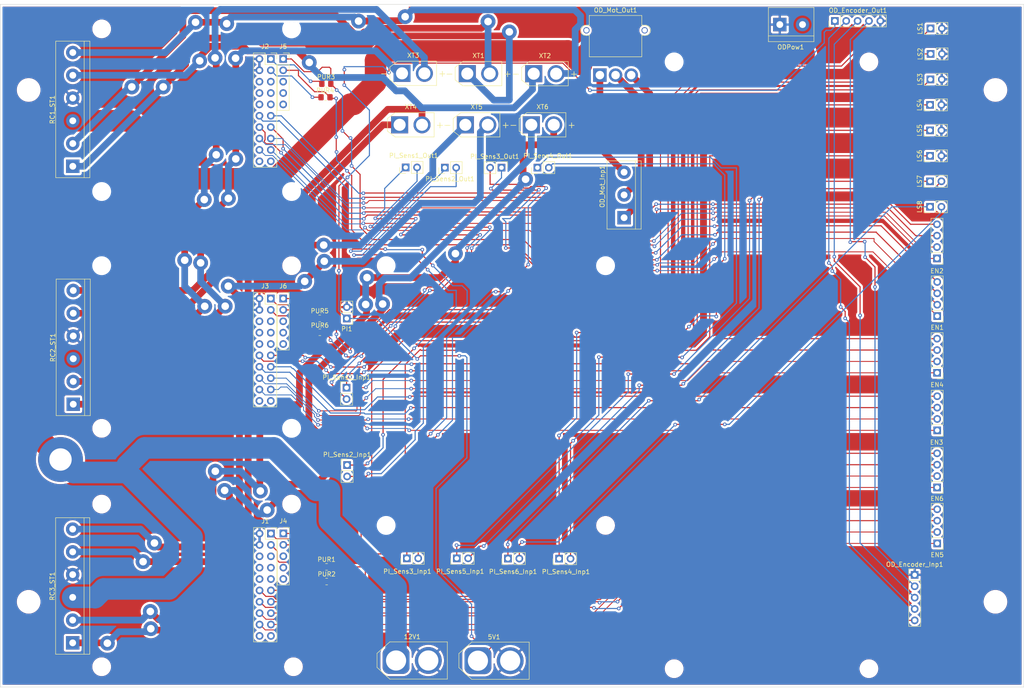
<source format=kicad_pcb>
(kicad_pcb (version 20211014) (generator pcbnew)
  (layers (0 "F.Cu" signal) (31 "B.Cu" signal) (34 "B.Paste" user) (35 "F.Paste" user) (36 "B.SilkS" user "B.Silkscreen") (37 "F.SilkS" user "F.Silkscreen") (38 "B.Mask" user) (39 "F.Mask" user) (44 "Edge.Cuts" user))
  (net 0 "")
  (net 1 "/EN4-")
  (net 2 "/EN4+")
  (net 3 "/EN4b")
  (net 4 "/EN4a")
  (net 5 "/EN1-")
  (net 6 "/EN1+")
  (net 7 "/EN1b")
  (net 8 "/EN1a")
  (net 9 "/EN2-")
  (net 10 "/EN2+")
  (net 11 "/EN2b")
  (net 12 "/EN2a")
  (net 13 "/EN3-")
  (net 14 "/EN3+")
  (net 15 "/EN3b")
  (net 16 "/EN3a")
  (net 17 "/EN5-")
  (net 18 "/EN5+")
  (net 19 "/EN5b")
  (net 20 "/EN5a")
  (net 21 "/EN6-")
  (net 22 "/EN6+")
  (net 23 "/EN6b")
  (net 24 "/EN6a")
  (net 29 "/LS6")
  (net 30 "/LS5")
  (net 35 "GND")
  (net 40 "/LS2")
  (net 41 "/LS1")
  (net 50 "/LS4")
  (net 51 "/LS3")
  (net 65 "/LS7a")
  (net 66 "/LS7b")
  (net 67 "/B")
  (net 68 "/A")
  (net 69 "/C")
  (net 70 "/Sens1_2")
  (net 71 "/Sens1_1")
  (net 72 "/Sens2_2")
  (net 73 "/Sens2_1")
  (net 74 "/Sens3_2")
  (net 75 "/Sens3_1")
  (net 76 "/Sens4_2")
  (net 77 "/Sens4_1")
  (net 78 "/XT301+")
  (net 79 "/XT301-")
  (net 80 "/XT302+")
  (net 81 "/XT302-")
  (net 82 "/XT303+")
  (net 83 "/XT303-")
  (net 84 "/XT304+")
  (net 85 "/XT304-")
  (net 86 "/XT305+")
  (net 87 "/XT305-")
  (net 88 "/XT306+")
  (net 89 "/XT306-")
  (net 90 "/EN_B")
  (net 91 "/EN_A")
  (net 92 "+12V")
  (net 93 "+5V")
  (net 94 "/LS8a")
  (net 95 "/LS8b")
  (net 96 "/EN_C")
  (net 97 "Net-(PUR1-Pad1)")
  (net 98 "Net-(PUR2-Pad2)")
  (net 99 "Net-(J2-Pad1)")
  (net 100 "Net-(J2-Pad3)")
  (net 101 "Net-(J3-Pad1)")
  (net 102 "Net-(J3-Pad3)")
  (footprint "MountingHole:MountingHole_3.2mm_M3" (layer "F.Cu") (at 173.2788 141.693 90)
    (fp_text reference "H14" hide)
    (fp_text value "MountingHole")
  )
  (footprint "Connector_PinHeader_2.54mm:PinHeader_1x04_P2.54mm_Vertical" (layer "F.Cu") (at 247.3452 94.9452 180)
    (fp_text reference "EN1")
    (fp_text value "Conn_01x04")
  )
  (footprint "Connector_PinHeader_2.54mm:PinHeader_1x02_P2.54mm_Vertical" (layer "F.Cu") (at 245.745 47.7783 90)
    (fp_text reference "LS4")
    (fp_text value "Conn_02x01")
  )
  (footprint "Resistor_SMD:R_0805_2012Metric_Pad1.20x1.40mm_HandSolder" (layer "F.Cu") (at 109.4486 95.4532)
    (fp_text reference "PUR5")
    (fp_text value "R_US")
  )
  (footprint "MountingHole:MountingHole_3.2mm_M3" (layer "F.Cu") (at 60.7568 120.015)
    (fp_text reference "H4" hide)
    (fp_text value "MountingHole")
  )
  (footprint "TerminalBlock:TerminalBlock_bornier-6_P5.08mm" (layer "F.Cu") (at 54.4068 114.6302 90)
    (fp_text reference "RC2_ST1")
    (fp_text value "Screw_Terminal_01x06")
  )
  (footprint "Resistor_SMD:R_0805_2012Metric_Pad1.20x1.40mm_HandSolder" (layer "F.Cu") (at 110.9726 150.9522)
    (fp_text reference "PUR1")
    (fp_text value "R_US")
  )
  (footprint "Connector_PinSocket_2.54mm:PinSocket_2x10_P2.54mm_Vertical" (layer "F.Cu") (at 98.5212 91.0254)
    (fp_text reference "J3")
    (fp_text value "Conn_02x10_Top_Bottom")
  )
  (footprint "Connector_AMASS:AMASS_MR30PW-M_1x03_P3.50mm_Horizontal" (layer "F.Cu") (at 172.014 41.1306)
    (fp_text reference "OD_Mot_Out1")
    (fp_text value "Conn_01x03")
  )
  (footprint "Connector_PinHeader_2.54mm:PinHeader_1x02_P2.54mm_Vertical" (layer "F.Cu") (at 158.0642 61.7982 90)
    (fp_text reference "PI_Sens4_Out1")
    (fp_text value "Conn_01x02")
  )
  (footprint "MountingHole:MountingHole_4.3mm_M4" (layer "F.Cu") (at 44.45 158.75)
    (fp_text reference "H22" hide)
    (fp_text value "MountingHole")
  )
  (footprint "Connector_PinHeader_2.54mm:PinHeader_1x02_P2.54mm_Vertical" (layer "F.Cu") (at 245.872 36.3997 90)
    (fp_text reference "LS2")
    (fp_text value "Conn_02x01")
  )
  (footprint "Connector_PinHeader_2.54mm:PinHeader_1x04_P2.54mm_Vertical" (layer "F.Cu") (at 247.3452 120.4622 180)
    (fp_text reference "EN3")
    (fp_text value "Conn_01x04")
  )
  (footprint "Connector_PinHeader_2.54mm:PinHeader_1x02_P2.54mm_Vertical" (layer "F.Cu") (at 115.4938 95.4836 180)
    (fp_text reference "PI1")
    (fp_text value "Conn_01x02")
  )
  (footprint "MountingHole:MountingHole_3.2mm_M3" (layer "F.Cu") (at 60.7568 173.2534)
    (fp_text reference "H6" hide)
    (fp_text value "MountingHole")
  )
  (footprint "MountingHole:MountingHole_3.2mm_M3" (layer "F.Cu") (at 60.7568 30.8102)
    (fp_text reference "H1" hide)
    (fp_text value "MountingHole")
  )
  (footprint "Connector_PinSocket_2.54mm:PinSocket_2x10_P2.54mm_Vertical" (layer "F.Cu") (at 98.5266 37.5158)
    (fp_text reference "J2")
    (fp_text value "Conn_02x10_Top_Bottom")
  )
  (footprint "Connector_PinHeader_2.54mm:PinHeader_1x04_P2.54mm_Vertical" (layer "F.Cu") (at 247.3198 107.6098 180)
    (fp_text reference "EN4")
    (fp_text value "Conn_01x04")
  )
  (footprint "Connector_PinSocket_2.54mm:PinSocket_2x10_P2.54mm_Vertical" (layer "F.Cu") (at 98.552 143.51)
    (fp_text reference "J1")
    (fp_text value "Conn_02x10_Top_Bottom")
  )
  (footprint "Connector_PinHeader_2.54mm:PinHeader_1x02_P2.54mm_Vertical" (layer "F.Cu") (at 245.745 53.4676 90)
    (fp_text reference "LS5")
    (fp_text value "Conn_02x01")
  )
  (footprint "Resistor_SMD:R_0805_2012Metric_Pad1.20x1.40mm_HandSolder" (layer "F.Cu") (at 110.9218 43.0772)
    (fp_text reference "PUR3")
    (fp_text value "R_US")
  )
  (footprint "MountingHole:MountingHole_3.2mm_M3" (layer "F.Cu") (at 188.595 173.6852)
    (fp_text reference "H15" hide)
    (fp_text value "MountingHole")
  )
  (footprint "MountingHole:MountingHole_3.2mm_M3" (layer "F.Cu") (at 103.5812 173.2534)
    (fp_text reference "H11" hide)
    (fp_text value "MountingHole")
  )
  (footprint "Connector_PinHeader_2.54mm:PinHeader_1x02_P2.54mm_Vertical" (layer "F.Cu") (at 162.9156 149.1234 90)
    (fp_text reference "PI_Sens4_Inp1")
    (fp_text value "Conn_01x02")
  )
  (footprint "Connector_PinHeader_2.54mm:PinHeader_1x04_P2.54mm_Vertical" (layer "F.Cu") (at 247.3198 133.213 180)
    (fp_text reference "EN6")
    (fp_text value "Conn_01x04")
  )
  (footprint "MountingHole:MountingHole_3.2mm_M3" (layer "F.Cu") (at 103.1668 120.015)
    (fp_text reference "H9" hide)
    (fp_text value "MountingHole")
  )
  (footprint "Connector_AMASS:AMASS_XT60-M_1x02_P7.20mm_Vertical" (layer "F.Cu") (at 144.78 171.9072)
    (fp_text reference "5V1")
    (fp_text value "Conn_01x02_Male")
  )
  (footprint "Connector_AMASS:AMASS_XT30U-M_1x02_P5.0mm_Vertical" (layer "F.Cu") (at 141.9752 52.2332)
    (fp_text reference "XT5")
    (fp_text value "Conn_01x02_Male")
  )
  (footprint "Resistor_SMD:R_0805_2012Metric_Pad1.20x1.40mm_HandSolder" (layer "F.Cu") (at 109.474 98.5646 180)
    (fp_text reference "PUR6")
    (fp_text value "R_US")
  )
  (footprint "MountingHole:MountingHole_3.2mm_M3" (layer "F.Cu") (at 103.1668 30.8102)
    (fp_text reference "H12" hide)
    (fp_text value "MountingHole")
  )
  (footprint "Connector_PinHeader_2.54mm:PinHeader_1x02_P2.54mm_Vertical" (layer "F.Cu") (at 128.905 149.0472 90)
    (fp_text reference "PI_Sens3_Inp1")
    (fp_text value "Conn_01x02")
  )
  (footprint "Connector_PinHeader_2.54mm:PinHeader_1x02_P2.54mm_Vertical" (layer "F.Cu") (at 140.0556 149.0472 90)
    (fp_text reference "PI_Sens5_Inp1")
    (fp_text value "Conn_01x02")
  )
  (footprint "MountingHole:MountingHole_3.2mm_M3" (layer "F.Cu") (at 124.2788 83.693 90)
    (fp_text reference "H17" hide)
    (fp_text value "MountingHole")
  )
  (footprint "Connector_PinHeader_2.54mm:PinHeader_1x04_P2.54mm_Vertical" (layer "F.Cu") (at 247.2944 82.0674 180)
    (fp_text reference "EN2")
    (fp_text value "Conn_01x04")
  )
  (footprint "Connector_PinHeader_2.54mm:PinHeader_1x02_P2.54mm_Vertical" (layer "F.Cu") (at 245.745 70.5355 90)
    (fp_text reference "LS8")
    (fp_text value "Conn_02x01")
  )
  (footprint "MountingHole:MountingHole_3.2mm_M3" (layer "F.Cu") (at 188.595 38.1852)
    (fp_text reference "H16" hide)
    (fp_text value "MountingHole")
  )
  (footprint "Connector_AMASS:AMASS_XT30U-M_1x02_P5.0mm_Vertical" (layer "F.Cu") (at 156.7072 52.2332)
    (fp_text reference "XT6")
    (fp_text value "Conn_01x02_Male")
  )
  (footprint "Connector_PinHeader_2.54mm:PinHeader_1x02_P2.54mm_Vertical" (layer "F.Cu") (at 115.443 110.9472)
    (fp_text reference "PI_Sens1_Inp1")
    (fp_text value "Conn_01x02")
  )
  (footprint "TerminalBlock:TerminalBlock_bornier-6_P5.08mm" (layer "F.Cu") (at 54.2798 167.9194 90)
    (fp_text reference "RC3_ST1")
    (fp_text value "Screw_Terminal_01x06")
  )
  (footprint "TerminalBlock:TerminalBlock_bornier-2_P5.08mm" (layer "F.Cu") (at 212.1916 29.845)
    (fp_text reference "ODPow1")
    (fp_text value "Screw_Terminal_01x02")
  )
  (footprint "Connector_PinSocket_2.54mm:PinSocket_1x05_P2.54mm_Vertical" (layer "F.Cu") (at 101.2952 91.0254)
    (fp_text reference "J6")
    (fp_text value "Conn_01x05")
  )
  (footprint "Connector_AMASS:AMASS_XT30U-M_1x02_P5.0mm_Vertical" (layer "F.Cu") (at 157.2406 40.8178)
    (fp_text reference "XT2")
    (fp_text value "Conn_01x02_Male")
  )
  (footprint "MountingHole:MountingHole_4.3mm_M4" (layer "F.Cu") (at 260.35 44.45)
    (fp_text reference "H23" hide)
    (fp_text value "MountingHole")
  )
  (footprint "Connector_PinHeader_2.54mm:PinHeader_1x04_P2.54mm_Vertical" (layer "F.Cu") (at 247.3452 145.7098 180)
    (fp_text reference "EN5")
    (fp_text value "Conn_01x04")
  )
  (footprint "Connector_AMASS:AMASS_XT60-M_1x02_P7.20mm_Vertical" (layer "F.Cu") (at 126.4988 171.8564)
    (fp_text reference "12V1")
    (fp_text value "Conn_01x02_Male")
  )
  (footprint "Connector_PinHeader_2.54mm:PinHeader_1x02_P2.54mm_Vertical" (layer "F.Cu") (at 137.3836 61.7982 90)
    (fp_text reference "PI_Sens2_Out1")
    (fp_text value "Conn_01x02")
  )
  (footprint "Connector_PinHeader_2.54mm:PinHeader_1x02_P2.54mm_Vertical" (layer "F.Cu") (at 150.0428 61.7982 -90)
    (fp_text reference "PI_Sens3_Out1")
    (fp_text value "Conn_01x02")
  )
  (footprint "MountingHole:MountingHole_3.2mm_M3" (layer "F.Cu") (at 60.7568 67.1302)
    (fp_text reference "H2" hide)
    (fp_text value "MountingHole")
  )
  (footprint "Connector_PinHeader_2.54mm:PinHeader_1x02_P2.54mm_Vertical" (layer "F.Cu") (at 115.57 128.2142)
    (fp_text reference "PI_Sens2_Inp1")
    (fp_text value "Conn_01x02")
  )
  (footprint "Connector_PinHeader_2.54mm:PinHeader_1x02_P2.54mm_Vertical" (layer "F.Cu") (at 128.646 61.7474 90)
    (fp_text reference "PI_Sens1_Out1")
    (fp_text value "Conn_01x02")
  )
  (footprint "Connector_PinSocket_2.54mm:PinSocket_1x05_P2.54mm_Vertical" (layer "F.Cu") (at 101.2948 37.5182)
    (fp_text reference "J5")
    (fp_text value "Conn_01x05")
  )
  (footprint "Resistor_SMD:R_0805_2012Metric_Pad1.20x1.40mm_HandSolder" (layer "F.Cu") (at 110.998 154.2288 180)
    (fp_text reference "PUR2")
    (fp_text value "R_US")
  )
  (footprint "Resistor_SMD:R_0805_2012Metric_Pad1.20x1.40mm_HandSolder" (layer "F.Cu") (at 110.744 46.0756 180)
    (fp_text reference "PUR4")
    (fp_text value "R_US")
  )
  (footprint "Connector_PinHeader_2.54mm:PinHeader_1x05_P2.54mm_Vertical" (layer "F.Cu") (at 224.4852 29.0322 90)
    (fp_text reference "OD_Encoder_Out1")
    (fp_text value "Conn_01x04")
  )
  (footprint "Connector_AMASS:AMASS_XT30U-M_1x02_P5.0mm_Vertical" (layer "F.Cu") (at 127.8274 40.7416)
    (fp_text reference "XT3")
    (fp_text value "Conn_01x02_Male")
  )
  (footprint "MountingHole:MountingHole_3.2mm_M3" (layer "F.Cu") (at 103.1668 83.695)
    (fp_text reference "H8" hide)
    (fp_text value "MountingHole")
  )
  (footprint "MountingHole:MountingHole_3.2mm_M3" (layer "F.Cu") (at 60.7568 83.695)
    (fp_text reference "H3" hide)
    (fp_text value "MountingHole")
  )
  (footprint "MountingHole:MountingHole_4.3mm_M4" (layer "F.Cu") (at 260.35 158.75)
    (fp_text reference "H21" hide)
    (fp_text value "MountingHole")
  )
  (footprint "Connector_PinHeader_2.54mm:PinHeader_1x02_P2.54mm_Vertical" (layer "F.Cu") (at 245.745 64.8462 90)
    (fp_text reference "LS7")
    (fp_text value "Conn_02x01")
  )
  (footprint "Connector_PinSocket_2.54mm:PinSocket_1x05_P2.54mm_Vertical" (layer "F.Cu") (at 101.3206 143.4896)
    (fp_text reference "J4")
    (fp_text value "Conn_01x05")
  )
  (footprint "Connector_PinHeader_2.54mm:PinHeader_1x02_P2.54mm_Vertical" (layer "F.Cu") (at 245.8466 30.7104 90)
    (fp_text reference "LS1")
    (fp_text value "Conn_02x01")
  )
  (footprint "MountingHole:MountingHole_3.2mm_M3" (layer "F.Cu") (at 232.095 173.6852)
    (fp_text reference "H19" hide)
    (fp_text value "MountingHole")
  )
  (footprint "MountingHole:MountingHole_3.2mm_M3" (layer "F.Cu") (at 173.2788 83.693 90)
    (fp_text reference "H18" hide)
    (fp_text value "MountingHole")
  )
  (footprint "Connector_PinHeader_2.54mm:PinHeader_1x05_P2.54mm_Vertical" (layer "F.Cu") (at 242.316 152.7402)
    (fp_text reference "OD_Encoder_Inp1")
    (fp_text value "Conn_01x04")
  )
  (footprint "MountingHole:MountingHole_3.2mm_M3" (layer "F.Cu") (at 232.095 38.1852)
    (fp_text reference "H20" hide)
    (fp_text value "MountingHole")
  )
  (footprint "MountingHole:MountingHole_3.2mm_M3" (layer "F.Cu") (at 103.1668 136.9334)
    (fp_text reference "H10" hide)
    (fp_text value "MountingHole")
  )
  (footprint "Connector_PinHeader_2.54mm:PinHeader_1x02_P2.54mm_Vertical" (layer "F.Cu") (at 245.8212 42.089 90)
    (fp_text reference "LS3")
    (fp_text value "Conn_02x01")
  )
  (footprint "MountingHole:MountingHole_4.3mm_M4" (layer "F.Cu") (at 44.45 44.45)
    (fp_text reference "H24" hide)
    (fp_text value "MountingHole")
  )
  (footprint "Connector_AMASS:AMASS_XT30U-M_1x02_P5.0mm_Vertical" (layer "F.Cu") (at 127.294 52.2332)
    (fp_text reference "XT4")
    (fp_text value "Conn_01x02_Male")
  )
  (footprint "TerminalBlock:TerminalBlock_bornier-6_P5.08mm" (layer "F.Cu") (at 54.3052 61.4934 90)
    (fp_text reference "RC1_ST1")
    (fp_text value "Screw_Terminal_01x06")
  )
  (footprint "Connector_PinHeader_2.54mm:PinHeader_1x02_P2.54mm_Vertical" (layer "F.Cu") (at 151.4856 149.098 90)
    (fp_text reference "PI_Sens6_Inp1")
    (fp_text value "Conn_01x02")
  )
  (footprint "MountingHole:MountingHole_3.2mm_M3" (layer "F.Cu") (at 60.7568 136.9334)
    (fp_text reference "H5" hide)
    (fp_text value "MountingHole")
  )
  (footprint "TerminalBlock:TerminalBlock_bornier-3_P5.08mm" (layer "F.Cu") (at 177.419 72.9742 90)
    (fp_text reference "OD_Mot_Inp1")
    (fp_text value "Screw_Terminal_01x03")
  )
  (footprint "Connector_PinHeader_2.54mm:PinHeader_1x02_P2.54mm_Vertical" (layer "F.Cu") (at 245.745 59.1569 90)
    (fp_text reference "LS6")
    (fp_text value "Conn_02x01")
  )
  (footprint "MountingHole:MountingHole_3.2mm_M3" (layer "F.Cu") (at 103.1668 67.1302)
    (fp_text reference "H7" hide)
    (fp_text value "MountingHole")
  )
  (footprint "Connector_AMASS:AMASS_XT30U-M_1x02_P5.0mm_Vertical" (layer "F.Cu") (at 142.4076 40.7988)
    (fp_text reference "XT1")
    (fp_text value "Conn_01x02_Male")
  )
  (footprint "MountingHole:MountingHole_3.2mm_M3" (layer "F.Cu") (at 124.2788 141.693 90)
    (fp_text reference "H13" hide)
    (fp_text value "MountingHole")
  )
  (gr_line (start 266.7 25.3492) (end 38.1 25.3492) (layer "Edge.Cuts") (width 0.1))
  (gr_line (start 38.1 25.3492) (end 38.1 177.7746) (layer "Edge.Cuts") (width 0.1))
  (gr_line (start 266.7 177.7746) (end 38.1 177.7746) (layer "Edge.Cuts") (width 0.1))
  (gr_line (start 266.7 25.3492) (end 266.7 177.7746) (layer "Edge.Cuts") (width 0.1))
  (segment (start 119.8626 113.2332) (end 118.5672 114.5286) (width 0.2) (layer "F.Cu") (net 1))
  (segment (start 192.4812 111.1504) (end 129.8702 111.1504) (width 0.2) (layer "F.Cu") (net 1))
  (segment (start 247.3198 107.6098) (end 196.3828 107.6098) (width 0.2) (layer "F.Cu") (net 1))
  (segment (start 196.3828 107.6098) (end 196.3674 107.5944) (width 0.2) (layer "F.Cu") (net 1))
  (segment (start 109.136579 117.1448) (end 109.081083 117.089304) (width 0.2) (layer "F.Cu") (net 1))
  (segment (start 193.2686 110.363) (end 192.4812 111.1504) (width 0.2) (layer "F.Cu") (net 1))
  (segment (start 118.5672 114.5286) (end 118.5672 116.7638) (width 0.2) (layer "F.Cu") (net 1))
  (segment (start 118.5672 116.7638) (end 118.1862 117.1448) (width 0.2) (layer "F.Cu") (net 1))
  (segment (start 196.0372 107.5944) (end 193.2686 110.363) (width 0.2) (layer "F.Cu") (net 1))
  (segment (start 196.3674 107.5944) (end 196.0372 107.5944) (width 0.2) (layer "F.Cu") (net 1))
  (segment (start 118.1862 117.1448) (end 109.136579 117.1448) (width 0.2) (layer "F.Cu") (net 1))
  (via (at 119.8626 113.2332) (size 0.8) (drill 0.4) (layers "F.Cu" "B.Cu") (net 1))
  (via (at 129.8702 111.1504) (size 0.8) (drill 0.4) (layers "F.Cu" "B.Cu") (net 1))
  (via (at 109.081083 117.089304) (size 0.8) (drill 0.4) (layers "F.Cu" "B.Cu") (net 1))
  (segment (start 129.8702 111.1504) (end 121.9454 111.1504) (width 0.2) (layer "B.Cu") (net 1))
  (segment (start 97.2902 110.0582) (end 96.0374 108.8054) (width 0.2) (layer "B.Cu") (net 1))
  (segment (start 102.049979 110.0582) (end 97.2902 110.0582) (width 0.2) (layer "B.Cu") (net 1))
  (segment (start 109.081083 117.089304) (end 102.049979 110.0582) (width 0.2) (layer "B.Cu") (net 1))
  (segment (start 121.9454 111.1504) (end 119.8626 113.2332) (width 0.2) (layer "B.Cu") (net 1))
  (segment (start 117.5258 116.205) (end 117.4242 116.1034) (width 0.2) (layer "F.Cu") (net 2))
  (segment (start 119.761 110.871) (end 119.7102 110.9218) (width 0.2) (layer "F.Cu") (net 2))
  (segment (start 191.5922 109.347) (end 129.8956 109.347) (width 0.2) (layer "F.Cu") (net 2))
  (segment (start 117.7798 115.951) (end 117.5258 116.205) (width 0.2) (layer "F.Cu") (net 2))
  (segment (start 119.7102 110.9218) (end 117.8814 110.9218) (width 0.2) (layer "F.Cu") (net 2))
  (segment (start 117.7798 111.0234) (end 117.7798 115.951) (width 0.2) (layer "F.Cu") (net 2))
  (segment (start 247.3198 105.0698) (end 195.8694 105.0698) (width 0.2) (layer "F.Cu") (net 2))
  (segment (start 117.4242 116.1034) (end 109.2454 116.1034) (width 0.2) (layer "F.Cu") (net 2))
  (segment (start 117.8814 110.9218) (end 117.7798 111.0234) (width 0.2) (layer "F.Cu") (net 2))
  (segment (start 195.8694 105.0698) (end 191.5922 109.347) (width 0.2) (layer "F.Cu") (net 2))
  (via (at 119.761 110.871) (size 0.8) (drill 0.4) (layers "F.Cu" "B.Cu") (net 2))
  (via (at 109.2454 116.1034) (size 0.8) (drill 0.4) (layers "F.Cu" "B.Cu") (net 2))
  (via (at 129.8956 109.347) (size 0.8) (drill 0.4) (layers "F.Cu" "B.Cu") (net 2))
  (segment (start 121.285 109.347) (end 119.761 110.871) (width 0.2) (layer "B.Cu") (net 2))
  (segment (start 129.8956 109.347) (end 121.285 109.347) (width 0.2) (layer "B.Cu") (net 2))
  (segment (start 109.2454 116.1034) (end 101.9474 108.8054) (width 0.2) (layer "B.Cu") (net 2))
  (segment (start 101.9474 108.8054) (end 98.5774 108.8054) (width 0.2) (layer "B.Cu") (net 2))
  (segment (start 118.999 107.7976) (end 111.6584 107.7976) (width 0.25) (layer "F.Cu") (net 3))
  (segment (start 96.0374 104.14) (end 96.0374 103.7254) (width 0.25) (layer "F.Cu") (net 3))
  (segment (start 196.9616 102.5298) (end 192.7352 106.7562) (width 0.25) (layer "F.Cu") (net 3))
  (segment (start 119.3038 107.4928) (end 118.999 107.7976) (width 0.25) (layer "F.Cu") (net 3))
  (segment (start 105.637624 105.026494) (end 96.923894 105.026494) (width 0.25) (layer "F.Cu") (net 3))
  (segment (start 96.923894 105.026494) (end 96.0374 104.14) (width 0.25) (layer "F.Cu") (net 3))
  (segment (start 192.7352 106.7562) (end 192.3288 107.1626) (width 0.25) (layer "F.Cu") (net 3))
  (segment (start 247.3198 102.5298) (end 196.9616 102.5298) (width 0.25) (layer "F.Cu") (net 3))
  (segment (start 192.3288 107.1626) (end 129.8194 107.1626) (width 0.25) (layer "F.Cu") (net 3))
  (segment (start 111.6584 107.7976) (end 110.889101 107.028301) (width 0.25) (layer "F.Cu") (net 3))
  (via (at 129.8194 107.1626) (size 0.8) (drill 0.4) (layers "F.Cu" "B.Cu") (net 3))
  (via (at 105.637624 105.026494) (size 0.8) (drill 0.4) (layers "F.Cu" "B.Cu") (net 3))
  (via (at 110.889101 107.028301) (size 0.8) (drill 0.4) (layers "F.Cu" "B.Cu") (net 3))
  (via (at 119.3038 107.4928) (size 0.8) (drill 0.4) (layers "F.Cu" "B.Cu") (net 3))
  (segment (start 129.8194 107.1626) (end 119.634 107.1626) (width 0.25) (layer "B.Cu") (net 3))
  (segment (start 108.887294 105.026494) (end 105.637624 105.026494) (width 0.25) (layer "B.Cu") (net 3))
  (segment (start 110.889101 107.028301) (end 108.887294 105.026494) (width 0.25) (layer "B.Cu") (net 3))
  (segment (start 119.634 107.1626) (end 119.3038 107.4928) (width 0.25) (layer "B.Cu") (net 3))
  (segment (start 105.732 103.7254) (end 98.5774 103.7254) (width 0.25) (layer "F.Cu") (net 4))
  (segment (start 247.3198 99.9898) (end 197.7998 99.9898) (width 0.25) (layer "F.Cu") (net 4))
  (segment (start 192.2018 105.5878) (end 130.048 105.5878) (width 0.25) (layer "F.Cu") (net 4))
  (segment (start 197.7998 99.9898) (end 192.2018 105.5878) (width 0.25) (layer "F.Cu") (net 4))
  (segment (start 111.8616 106.3244) (end 111.9124 106.3244) (width 0.25) (layer "F.Cu") (net 4))
  (segment (start 119.3546 106.3244) (end 111.8616 106.3244) (width 0.25) (layer "F.Cu") (net 4))
  (segment (start 130.048 105.5878) (end 129.9464 105.6894) (width 0.25) (layer "F.Cu") (net 4))
  (segment (start 106.2228 104.2162) (end 105.732 103.7254) (width 0.25) (layer "F.Cu") (net 4))
  (via (at 106.2228 104.2162) (size 0.8) (drill 0.4) (layers "F.Cu" "B.Cu") (net 4))
  (via (at 111.9124 106.3244) (size 0.8) (drill 0.4) (layers "F.Cu" "B.Cu") (net 4))
  (via (at 119.3546 106.3244) (size 0.8) (drill 0.4) (layers "F.Cu" "B.Cu") (net 4))
  (via (at 129.9464 105.6894) (size 0.8) (drill 0.4) (layers "F.Cu" "B.Cu") (net 4))
  (segment (start 111.9124 106.3244) (end 109.8042 104.2162) (width 0.25) (layer "B.Cu") (net 4))
  (segment (start 119.9896 105.6894) (end 119.3546 106.3244) (width 0.25) (layer "B.Cu") (net 4))
  (segment (start 129.9464 105.6894) (end 119.9896 105.6894) (width 0.25) (layer "B.Cu") (net 4))
  (segment (start 109.8042 104.2162) (end 106.2228 104.2162) (width 0.25) (layer "B.Cu") (net 4))
  (segment (start 120.226798 75.819) (end 156.3878 75.819) (width 0.2) (layer "F.Cu") (net 5))
  (segment (start 199.3138 80.5942) (end 197.6882 82.2198) (width 0.2) (layer "F.Cu") (net 5))
  (segment (start 232.9942 80.5942) (end 199.3138 80.5942) (width 0.2) (layer "F.Cu") (net 5))
  (segment (start 247.3452 94.9452) (end 232.9942 80.5942) (width 0.2) (layer "F.Cu") (net 5))
  (segment (start 168.656 88.0872) (end 175.5648 88.0872) (width 0.2) (layer "F.Cu") (net 5))
  (segment (start 119.574799 75.167001) (end 120.226798 75.819) (width 0.2) (layer "F.Cu") (net 5))
  (segment (start 178.8668 84.7852) (end 184.8225 84.7852) (width 0.2) (layer "F.Cu") (net 5))
  (segment (start 197.6882 82.2198) (end 197.5358 82.2198) (width 0.2) (layer "F.Cu") (net 5))
  (segment (start 175.5648 88.0872) (end 178.8668 84.7852) (width 0.2) (layer "F.Cu") (net 5))
  (segment (start 156.3878 75.819) (end 168.656 88.0872) (width 0.2) (layer "F.Cu") (net 5))
  (via (at 184.8225 84.7852) (size 0.8) (drill 0.4) (layers "F.Cu" "B.Cu") (net 5))
  (via (at 197.5358 82.2198) (size 0.8) (drill 0.4) (layers "F.Cu" "B.Cu") (net 5))
  (via (at 119.574799 75.167001) (size 0.8) (drill 0.4) (layers "F.Cu" "B.Cu") (net 5))
  (segment (start 98.933746 59.0804) (end 97.3074 59.0804) (width 0.2) (layer "B.Cu") (net 5))
  (segment (start 197.5358 82.2198) (end 194.9704 84.7852) (width 0.2) (layer "B.Cu") (net 5))
  (segment (start 115.5446 75.691254) (end 119.050546 75.691254) (width 0.2) (layer "B.Cu") (net 5))
  (segment (start 115.5446 75.691254) (end 98.933746 59.0804) (width 0.2) (layer "B.Cu") (net 5))
  (segment (start 97.3074 59.0804) (end 96.0628 57.8358) (width 0.2) (layer "B.Cu") (net 5))
  (segment (start 119.050546 75.691254) (end 119.574799 75.167001) (width 0.2) (layer "B.Cu") (net 5))
  (segment (start 194.9704 84.7852) (end 184.8225 84.7852) (width 0.2) (layer "B.Cu") (net 5))
  (segment (start 233.2482 78.3082) (end 233.2482 77.6224) (width 0.2) (layer "F.Cu") (net 6))
  (segment (start 119.1768 74.2442) (end 119.1768 74.234514) (width 0.2) (layer "F.Cu") (net 6))
  (segment (start 184.8225 83.4898) (end 178.9684 83.4898) (width 0.2) (layer "F.Cu") (net 6))
  (segment (start 247.3452 92.4052) (end 233.2482 78.3082) (width 0.2) (layer "F.Cu") (net 6))
  (segment (start 157.353 74.2442) (end 119.1768 74.2442) (width 0.2) (layer "F.Cu") (net 6))
  (segment (start 170.4594 87.3506) (end 166.5224 83.4136) (width 0.2) (layer "F.Cu") (net 6))
  (segment (start 166.5224 83.4136) (end 157.353 74.2442) (width 0.2) (layer "F.Cu") (net 6))
  (segment (start 197.2818 78.8416) (end 197.2694 78.8416) (width 0.2) (layer "F.Cu") (net 6))
  (segment (start 119.1768 74.234514) (end 119.1901 74.221214) (width 0.2) (layer "F.Cu") (net 6))
  (segment (start 233.2482 77.6224) (end 198.501 77.6224) (width 0.2) (layer "F.Cu") (net 6))
  (segment (start 178.9684 83.4898) (end 175.1076 87.3506) (width 0.2) (layer "F.Cu") (net 6))
  (segment (start 198.501 77.6224) (end 197.6374 78.486) (width 0.2) (layer "F.Cu") (net 6))
  (segment (start 197.6374 78.486) (end 197.2818 78.8416) (width 0.2) (layer "F.Cu") (net 6))
  (segment (start 175.1076 87.3506) (end 170.4594 87.3506) (width 0.2) (layer "F.Cu") (net 6))
  (via (at 119.1901 74.221214) (size 0.8) (drill 0.4) (layers "F.Cu" "B.Cu") (net 6))
  (via (at 184.8225 83.4898) (size 0.8) (drill 0.4) (layers "F.Cu" "B.Cu") (net 6))
  (via (at 197.2694 78.8416) (size 0.8) (drill 0.4) (layers "F.Cu" "B.Cu") (net 6))
  (segment (start 119.1901 74.221214) (end 119.065514 74.3458) (width 0.2) (layer "B.Cu") (net 6))
  (segment (start 193.0388 83.0722) (end 185.2401 83.0722) (width 0.2) (layer "B.Cu") (net 6))
  (segment (start 119.065514 74.3458) (end 115.1128 74.3458) (width 0.2) (layer "B.Cu") (net 6))
  (segment (start 185.2401 83.0722) (end 184.8225 83.4898) (width 0.2) (layer "B.Cu") (net 6))
  (segment (start 197.2694 78.8416) (end 193.0388 83.0722) (width 0.2) (layer "B.Cu") (net 6))
  (segment (start 115.1128 74.3458) (end 98.6028 57.8358) (width 0.2) (layer "B.Cu") (net 6))
  (segment (start 97.4918 56.4708) (end 97.1042 56.0832) (width 0.25) (layer "F.Cu") (net 7))
  (segment (start 98.899501 56.4708) (end 97.4918 56.4708) (width 0.25) (layer "F.Cu") (net 7))
  (segment (start 166.3827 80.4799) (end 158.2928 72.39) (width 0.25) (layer "F.Cu") (net 7))
  (segment (start 120.0658 72.39) (end 119.3038 73.152) (width 0.25) (layer "F.Cu") (net 7))
  (segment (start 247.3452 89.8652) (end 233.7562 76.2762) (width 0.25) (layer "F.Cu") (net 7))
  (segment (start 166.497 80.3656) (end 166.3827 80.4799) (width 0.25) (layer "F.Cu") (net 7))
  (segment (start 97.1042 55.7408) (end 97.2378 55.6072) (width 0.25) (layer "F.Cu") (net 7))
  (segment (start 97.1042 56.0832) (end 97.1042 55.7408) (width 0.25) (layer "F.Cu") (net 7))
  (segment (start 100.8126 58.383899) (end 98.899501 56.4708) (width 0.25) (layer "F.Cu") (net 7))
  (segment (start 184.7342 82.3722) (end 183.4388 82.3722) (width 0.25) (layer "F.Cu") (net 7))
  (segment (start 183.4388 82.3722) (end 181.4322 80.3656) (width 0.25) (layer "F.Cu") (net 7))
  (segment (start 233.7562 76.2762) (end 233.7562 76.2) (width 0.25) (layer "F.Cu") (net 7))
  (segment (start 119.3038 73.152) (end 119.3038 73.2282) (width 0.25) (layer "F.Cu") (net 7))
  (segment (start 100.8126 58.4454) (end 100.8126 58.383899) (width 0.25) (layer "F.Cu") (net 7))
  (segment (start 97.2378 53.9308) (end 96.0628 52.7558) (width 0.25) (layer "F.Cu") (net 7))
  (segment (start 181.4322 80.3656) (end 166.497 80.3656) (width 0.25) (layer "F.Cu") (net 7))
  (segment (start 198.374 76.2) (end 197.7136 76.8604) (width 0.25) (layer "F.Cu") (net 7))
  (segment (start 97.2378 55.6072) (end 97.2378 53.9308) (width 0.25) (layer "F.Cu") (net 7))
  (segment (start 158.2928 72.39) (end 120.0658 72.39) (width 0.25) (layer "F.Cu") (net 7))
  (segment (start 197.7136 76.8604) (end 197.7136 76.7842) (width 0.25) (layer "F.Cu") (net 7))
  (segment (start 233.7562 76.2) (end 198.374 76.2) (width 0.25) (layer "F.Cu") (net 7))
  (via (at 119.3038 73.2282) (size 0.8) (drill 0.4) (layers "F.Cu" "B.Cu") (net 7))
  (via (at 100.8126 58.4454) (size 0.8) (drill 0.4) (layers "F.Cu" "B.Cu") (net 7))
  (via (at 197.7136 76.7842) (size 0.8) (drill 0.4) (layers "F.Cu" "B.Cu") (net 7))
  (via (at 184.7342 82.3722) (size 0.8) (drill 0.4) (layers "F.Cu" "B.Cu") (net 7))
  (segment (start 115.443 73.1774) (end 100.8126 58.547) (width 0.25) (layer "B.Cu") (net 7))
  (segment (start 119.3038 73.2282) (end 115.4938 73.2282) (width 0.25) (layer "B.Cu") (net 7))
  (segment (start 115.4938 73.2282) (end 115.443 73.1774) (width 0.25) (layer "B.Cu") (net 7))
  (segment (start 197.7136 76.7842) (end 190.3222 76.7842) (width 0.25) (layer "B.Cu") (net 7))
  (segment (start 190.3222 76.7842) (end 184.7342 82.3722) (width 0.25) (layer "B.Cu") (net 7))
  (segment (start 100.8126 58.547) (end 100.8126 58.4454) (width 0.25) (layer "B.Cu") (net 7))
  (segment (start 158.9024 71.6788) (end 119.5832 71.6788) (width 0.25) (layer "F.Cu") (net 8))
  (segment (start 101.2698 57.5564) (end 101.2698 55.4228) (width 0.25) (layer "F.Cu") (net 8))
  (segment (start 182.0418 79.7814) (end 167.005 79.7814) (width 0.25) (layer "F.Cu") (net 8))
  (segment (start 101.2698 55.4228) (end 98.6028 52.7558) (width 0.25) (layer "F.Cu") (net 8))
  (segment (start 167.005 79.7814) (end 158.9024 71.6788) (width 0.25) (layer "F.Cu") (net 8))
  (segment (start 183.0832 80.8228) (end 182.0418 79.7814) (width 0.25) (layer "F.Cu") (net 8))
  (segment (start 197.7136 74.7776) (end 197.612 74.8792) (width 0.25) (layer "F.Cu") (net 8))
  (segment (start 184.4802 80.8228) (end 183.0832 80.8228) (width 0.25) (layer "F.Cu") (net 8))
  (segment (start 234.7976 74.7776) (end 197.7136 74.7776) (width 0.25) (layer "F.Cu") (net 8))
  (segment (start 119.5832 71.6788) (end 119.2784 71.9836) (width 0.25) (layer "F.Cu") (net 8))
  (segment (start 247.3452 87.3252) (end 234.7976 74.7776) (width 0.25) (layer "F.Cu") (net 8))
  (via (at 101.2698 57.5564) (size 0.8) (drill 0.4) (layers "F.Cu" "B.Cu") (net 8))
  (via (at 197.612 74.8792) (size 0.8) (drill 0.4) (layers "F.Cu" "B.Cu") (net 8))
  (via (at 184.4802 80.8228) (size 0.8) (drill 0.4) (layers "F.Cu" "B.Cu") (net 8))
  (via (at 119.2784 71.9836) (size 0.8) (drill 0.4) (layers "F.Cu" "B.Cu") (net 8))
  (segment (start 119.2784 71.9836) (end 115.697 71.9836) (width 0.25) (layer "B.Cu") (net 8))
  (segment (start 190.373 74.8792) (end 184.4802 80.772) (width 0.25) (layer "B.Cu") (net 8))
  (segment (start 184.4802 80.772) (end 184.4802 80.8228) (width 0.25) (layer "B.Cu") (net 8))
  (segment (start 115.6716 71.9582) (end 101.2698 57.5564) (width 0.25) (layer "B.Cu") (net 8))
  (segment (start 197.612 74.8792) (end 190.373 74.8792) (width 0.25) (layer "B.Cu") (net 8))
  (segment (start 115.697 71.9836) (end 115.6716 71.9582) (width 0.25) (layer "B.Cu") (net 8))
  (segment (start 197.3834 73.3298) (end 197.358 73.3298) (width 0.2) (layer "F.Cu") (net 9))
  (segment (start 245.0338 82.0674) (end 235.5596 72.5932) (width 0.2) (layer "F.Cu") (net 9))
  (segment (start 184.2008 79.375) (end 183.896 79.0702) (width 0.2) (layer "F.Cu") (net 9))
  (segment (start 235.5596 72.5932) (end 198.12 72.5932) (width 0.2) (layer "F.Cu") (net 9))
  (segment (start 247.2944 82.0674) (end 245.0338 82.0674) (width 0.2) (layer "F.Cu") (net 9))
  (segment (start 198.12 72.5932) (end 197.3834 73.3298) (width 0.2) (layer "F.Cu") (net 9))
  (segment (start 183.896 79.0702) (end 167.9956 79.0702) (width 0.2) (layer "F.Cu") (net 9))
  (segment (start 159.6898 70.7644) (end 119.3038 70.7644) (width 0.2) (layer "F.Cu") (net 9))
  (segment (start 167.9956 79.0702) (end 159.6898 70.7644) (width 0.2) (layer "F.Cu") (net 9))
  (via (at 197.358 73.3298) (size 0.8) (drill 0.4) (layers "F.Cu" "B.Cu") (net 9))
  (via (at 119.3038 70.7644) (size 0.8) (drill 0.4) (layers "F.Cu" "B.Cu") (net 9))
  (via (at 184.2008 79.375) (size 0.8) (drill 0.4) (layers "F.Cu" "B.Cu") (net 9))
  (segment (start 97.423233 56.656233) (end 96.0628 55.2958) (width 0.2) (layer "B.Cu") (net 9))
  (segment (start 119.3038 70.7644) (end 115.8615 70.7644) (width 0.2) (layer "B.Cu") (net 9))
  (segment (start 101.753333 56.656233) (end 97.423233 56.656233) (width 0.2) (layer "B.Cu") (net 9))
  (segment (start 197.358 73.3298) (end 190.246 73.3298) (width 0.2) (layer "B.Cu") (net 9))
  (segment (start 190.246 73.3298) (end 184.2008 79.375) (width 0.2) (layer "B.Cu") (net 9))
  (segment (start 115.8615 70.7644) (end 101.753333 56.656233) (width 0.2) (layer "B.Cu") (net 9))
  (segment (start 161.0106 69.2912) (end 161.0106 69.1388) (width 0.2) (layer "F.Cu") (net 10))
  (segment (start 184.0738 78.1812) (end 169.9006 78.1812) (width 0.2) (layer "F.Cu") (net 10))
  (segment (start 243.6368 79.5274) (end 235.8644 71.755) (width 0.2) (layer "F.Cu") (net 10))
  (segment (start 197.2818 71.972361) (end 197.285318 71.975879) (width 0.2) (layer "F.Cu") (net 10))
  (segment (start 247.2944 79.5274) (end 243.6368 79.5274) (width 0.2) (layer "F.Cu") (net 10))
  (segment (start 169.9006 78.1812) (end 161.0106 69.2912) (width 0.2) (layer "F.Cu") (net 10))
  (segment (start 119.9642 69.6976) (end 119.2276 69.6976) (width 0.2) (layer "F.Cu") (net 10))
  (segment (start 120.523 69.1388) (end 119.9642 69.6976) (width 0.2) (layer "F.Cu") (net 10))
  (segment (start 235.8644 71.755) (end 197.2818 71.755) (width 0.2) (layer "F.Cu") (net 10))
  (segment (start 161.0106 69.1388) (end 120.523 69.1388) (width 0.2) (layer "F.Cu") (net 10))
  (segment (start 197.2818 71.755) (end 197.2818 71.972361) (width 0.2) (layer "F.Cu") (net 10))
  (via (at 184.0738 78.1812) (size 0.8) (drill 0.4) (layers "F.Cu" "B.Cu") (net 10))
  (via (at 197.285318 71.975879) (size 0.8) (drill 0.4) (layers "F.Cu" "B.Cu") (net 10))
  (via (at 119.2276 69.6976) (size 0.8) (drill 0.4) (layers "F.Cu" "B.Cu") (net 10))
  (segment (start 115.4176 69.6976) (end 101.0158 55.2958) (width 0.2) (layer "B.Cu") (net 10))
  (segment (start 190.279121 71.975879) (end 184.0738 78.1812) (width 0.2) (layer "B.Cu") (net 10))
  (segment (start 101.0158 55.2958) (end 98.6028 55.2958) (width 0.2) (layer "B.Cu") (net 10))
  (segment (start 197.285318 71.975879) (end 190.279121 71.975879) (width 0.2) (layer "B.Cu") (net 10))
  (segment (start 119.2022 69.6976) (end 115.4176 69.6976) (width 0.2) (layer "B.Cu") (net 10))
  (segment (start 242.5446 76.9874) (end 236.347 70.7898) (width 0.25) (layer "F.Cu") (net 11))
  (segment (start 184.5564 76.6064) (end 183.8706 77.2922) (width 0.25) (layer "F.Cu") (net 11))
  (segment (start 236.347 70.7898) (end 197.358 70.7898) (width 0.25) (layer "F.Cu") (net 11))
  (segment (start 119.3038 68.4276) (end 119.126 68.6054) (width 0.25) (layer "F.Cu") (net 11))
  (segment (start 170.3832 77.2922) (end 161.5186 68.4276) (width 0.25) (layer "F.Cu") (net 11))
  (segment (start 247.2944 76.9874) (end 242.5446 76.9874) (width 0.25) (layer "F.Cu") (net 11))
  (segment (start 184.6834 71.0946) (end 184.6834 76.4794) (width 0.25) (layer "F.Cu") (net 11))
  (segment (start 184.6834 76.4794) (end 184.5564 76.6064) (width 0.25) (layer "F.Cu") (net 11))
  (segment (start 119.126 68.6054) (end 119.1768 68.6562) (width 0.25) (layer "F.Cu") (net 11))
  (segment (start 161.5186 68.4276) (end 119.3038 68.4276) (width 0.25) (layer "F.Cu") (net 11))
  (segment (start 197.3326 70.8152) (end 197.3326 70.913303) (width 0.25) (layer "F.Cu") (net 11))
  (segment (start 170.434 77.2922) (end 170.3832 77.2922) (width 0.25) (layer "F.Cu") (net 11))
  (segment (start 183.8706 77.2922) (end 170.434 77.2922) (width 0.25) (layer "F.Cu") (net 11))
  (segment (start 119.1768 68.6562) (end 119.1901 68.6562) (width 0.25) (layer "F.Cu") (net 11))
  (segment (start 197.3326 70.913303) (end 197.2694 70.976503) (width 0.25) (layer "F.Cu") (net 11))
  (segment (start 197.358 70.7898) (end 197.3326 70.8152) (width 0.25) (layer "F.Cu") (net 11))
  (via (at 119.1901 68.6562) (size 0.8) (drill 0.4) (layers "F.Cu" "B.Cu") (net 11))
  (via (at 197.2694 70.976503) (size 0.8) (drill 0.4) (layers "F.Cu" "B.Cu") (net 11))
  (via (at 184.6834 71.0946) (size 0.8) (drill 0.4) (layers "F.Cu" "B.Cu") (net 11))
  (segment (start 100.203 51.4096) (end 96.774 51.4096) (width 0.25) (layer "B.Cu") (net 11))
  (segment (start 184.7088 71.0946) (end 184.6834 71.0946) (width 0.25) (layer "B.Cu") (net 11))
  (segment (start 115.8494 68.6562) (end 115.8494 66.7512) (width 0.25) (layer "B.Cu") (net 11))
  (segment (start 115.8494 66.7512) (end 100.3554 51.2572) (width 0.25) (layer "B.Cu") (net 11))
  (segment (start 197.2694 70.976503) (end 197.176703 71.0692) (width 0.25) (layer "B.Cu") (net 11))
  (segment (start 96.0628 50.6984) (end 96.0628 50.2158) (width 0.25) (layer "B.Cu") (net 11))
  (segment (start 184.7342 71.0692) (end 184.7088 71.0946) (width 0.25) (layer "B.Cu") (net 11))
  (segment (start 197.176703 71.0692) (end 184.7342 71.0692) (width 0.25) (layer "B.Cu") (net 11))
  (segment (start 119.1901 68.6562) (end 115.8494 68.6562) (width 0.25) (layer "B.Cu") (net 11))
  (segment (start 96.774 51.4096) (end 96.0628 50.6984) (width 0.25) (layer "B.Cu") (net 11))
  (segment (start 100.3554 51.2572) (end 100.203 51.4096) (width 0.25) (layer "B.Cu") (net 11))
  (segment (start 183.4896 76.5048) (end 170.9928 76.5048) (width 0.25) (layer "F.Cu") (net 12))
  (segment (start 236.9058 69.9516) (end 197.2694 69.9516) (width 0.25) (layer "F.Cu") (net 12))
  (segment (start 184.5818 69.9516) (end 183.4896 71.0438) (width 0.25) (layer "F.Cu") (net 12))
  (segment (start 170.9928 76.5048) (end 169.799 75.311) (width 0.25) (layer "F.Cu") (net 12))
  (segment (start 241.4016 74.4474) (end 239.522 72.5678) (width 0.25) (layer "F.Cu") (net 12))
  (segment (start 161.9504 67.4624) (end 119.507 67.4624) (width 0.25) (layer "F.Cu") (net 12))
  (segment (start 239.522 72.5678) (end 236.9058 69.9516) (width 0.25) (layer "F.Cu") (net 12))
  (segment (start 183.4896 71.0438) (end 183.4896 76.5048) (width 0.25) (layer "F.Cu") (net 12))
  (segment (start 169.799 75.311) (end 161.9504 67.4624) (width 0.25) (layer "F.Cu") (net 12))
  (segment (start 119.2409 67.4624) (end 119.1901 67.5132) (width 0.25) (layer "F.Cu") (net 12))
  (segment (start 247.2944 74.4474) (end 241.4016 74.4474) (width 0.25) (layer "F.Cu") (net 12))
  (segment (start 119.507 67.4624) (end 119.2409 67.4624) (width 0.25) (layer "F.Cu") (net 12))
  (via (at 197.2694 69.9516) (size 0.8) (drill 0.4) (layers "F.Cu" "B.Cu") (net 12))
  (via (at 184.5818 69.9516) (size 0.8) (drill 0.4) (layers "F.Cu" "B.Cu") (net 12))
  (via (at 119.1901 67.5132) (size 0.8) (drill 0.4) (layers "F.Cu" "B.Cu") (net 12))
  (segment (start 197.2694 69.977) (end 184.6072 69.977) (width 0.25) (layer "B.Cu") (net 12))
  (segment (start 118.1608 67.5132) (end 100.8634 50.2158) (width 0.25) (layer "B.Cu") (net 12))
  (segment (start 100.8634 50.2158) (end 98.6028 50.2158) (width 0.25) (layer "B.Cu") (net 12))
  (segment (start 197.2694 69.977) (end 197.2694 69.9516) (width 0.25) (layer "B.Cu") (net 12))
  (segment (start 184.6072 69.977) (end 184.5818 69.9516) (width 0.25) (layer "B.Cu") (net 12))
  (segment (start 119.1901 67.5132) (end 118.1608 67.5132) (width 0.25) (layer "B.Cu") (net 12))
  (segment (start 120.0658 120.0404) (end 119.253 119.2276) (width 0.2) (layer "F.Cu") (net 13))
  (segment (start 247.3452 120.4622) (end 129.4538 120.4622) (width 0.2) (layer "F.Cu") (net 13))
  (segment (start 119.253 119.2276) (end 109.0809 119.2276) (width 0.2) (layer "F.Cu") (net 13))
  (segment (start 129.4538 120.4622) (end 129.4384 120.4468) (width 0.2) (layer "F.Cu") (net 13))
  (via (at 129.4384 120.4468) (size 0.8) (drill 0.4) (layers "F.Cu" "B.Cu") (net 13))
  (via (at 120.0658 120.0404) (size 0.8) (drill 0.4) (layers "F.Cu" "B.Cu") (net 13))
  (via (at 109.0809 119.2276) (size 0.8) (drill 0.4) (layers "F.Cu" "B.Cu") (net 13))
  (segment (start 97.2394 112.5474) (end 96.0374 111.3454) (width 0.2) (layer "B.Cu") (net 13))
  (segment (start 109.0809 119.2276) (end 105.8418 115.9885) (width 0.2) (layer "B.Cu") (net 13))
  (segment (start 129.4384 120.4468) (end 129.032 120.0404) (width 0.2) (layer "B.Cu") (net 13))
  (segment (start 105.8418 115.9885) (end 105.8418 115.316) (width 0.2) (layer "B.Cu") (net 13))
  (segment (start 103.0732 112.5474) (end 97.2394 112.5474) (width 0.2) (layer "B.Cu") (net 13))
  (segment (start 129.032 120.0404) (end 120.0658 120.0404) (width 0.2) (layer "B.Cu") (net 13))
  (segment (start 105.8418 115.316) (end 103.0732 112.5474) (width 0.2) (layer "B.Cu") (net 13))
  (segment (start 129.3468 117.9222) (end 129.3114 117.9576) (width 0.2) (layer "F.Cu") (net 14))
  (segment (start 247.3452 117.9222) (end 129.3468 117.9222) (width 0.2) (layer "F.Cu") (net 14))
  (segment (start 109.0809 118.1608) (end 120.0912 118.1608) (width 0.2) (layer "F.Cu") (net 14))
  (segment (start 120.0912 118.1608) (end 120.269 117.983) (width 0.2) (layer "F.Cu") (net 14))
  (via (at 120.269 117.983) (size 0.8) (drill 0.4) (layers "F.Cu" "B.Cu") (net 14))
  (via (at 129.3114 117.9576) (size 0.8) (drill 0.4) (layers "F.Cu" "B.Cu") (net 14))
  (via (at 109.0809 118.1608) (size 0.8) (drill 0.4) (layers "F.Cu" "B.Cu") (net 14))
  (segment (start 129.286 117.9322) (end 120.2944 117.9322) (width 0.2) (layer "B.Cu") (net 14))
  (segment (start 100.7454 110.7948) (end 100.1948 111.3454) (width 0.2) (layer "B.Cu") (net 14))
  (segment (start 102.1588 110.7948) (end 100.7454 110.7948) (width 0.2) (layer "B.Cu") (net 14))
  (segment (start 108.2548 117.3226) (end 108.2548 116.8908) (width 0.2) (layer "B.Cu") (net 14))
  (segment (start 108.2548 116.8908) (end 102.1588 110.7948) (width 0.2) (layer "B.Cu") (net 14))
  (segment (start 129.3114 117.9576) (end 129.286 117.9322) (width 0.2) (layer "B.Cu") (net 14))
  (segment (start 120.2944 117.9576) (end 120.269 117.983) (width 0.2) (layer "B.Cu") (net 14))
  (segment (start 108.2548 117.3226) (end 109.0809 118.1487) (width 0.2) (layer "B.Cu") (net 14))
  (segment (start 120.2944 117.9322) (end 120.2944 117.9576) (width 0.2) (layer "B.Cu") (net 14))
  (segment (start 109.0809 118.1487) (end 109.0809 118.1608) (width 0.2) (layer "B.Cu") (net 14))
  (segment (start 100.1948 111.3454) (end 98.5774 111.3454) (width 0.2) (layer "B.Cu") (net 14))
  (segment (start 129.8548 115.3822) (end 129.794 115.443) (width 0.25) (layer "F.Cu") (net 15))
  (segment (start 247.3452 115.3822) (end 129.8548 115.3822) (width 0.25) (layer "F.Cu") (net 15))
  (via (at 129.794 115.443) (size 0.8) (drill 0.4) (layers "F.Cu" "B.Cu") (net 15))
  (segment (start 111.8616 116.589295) (end 119.357895 116.589295) (width 0.25) (layer "B.Cu") (net 15))
  (segment (start 111.8616 116.589295) (end 102.765105 107.4928) (width 0.25) (layer "B.Cu") (net 15))
  (segment (start 97.2648 107.4928) (end 96.0374 106.2654) (width 0.25) (layer "B.Cu") (net 15))
  (segment (start 128.4224 116.8146) (end 119.5832 116.8146) (width 0.25) (layer "B.Cu") (net 15))
  (segment (start 102.765105 107.4928) (end 97.2648 107.4928) (width 0.25) (layer "B.Cu") (net 15))
  (segment (start 119.357895 116.589295) (end 119.5832 116.8146) (width 0.25) (layer "B.Cu") (net 15))
  (segment (start 129.794 115.443) (end 128.4224 116.8146) (width 0.25) (layer "B.Cu") (net 15))
  (segment (start 247.3452 112.8422) (end 129.7278 112.8422) (width 0.25) (layer "F.Cu") (net 16))
  (segment (start 129.7278 112.8422) (end 129.5654 113.0046) (width 0.25) (layer "F.Cu") (net 16))
  (via (at 129.5654 113.0046) (size 0.8) (drill 0.4) (layers "F.Cu" "B.Cu") (net 16))
  (segment (start 112.7252 115.8494) (end 103.5304 106.6546) (width 0.25) (layer "B.Cu") (net 16))
  (segment (start 103.5304 106.6546) (end 103.3526 106.6546) (width 0.25) (layer "B.Cu") (net 16))
  (segment (start 129.5654 113.0046) (end 122.3518 113.0046) (width 0.25) (layer "B.Cu") (net 16))
  (segment (start 122.3518 113.0046) (end 119.507 115.8494) (width 0.25) (layer "B.Cu") (net 16))
  (segment (start 103.3526 106.6546) (end 102.9634 106.2654) (width 0.25) (layer "B.Cu") (net 16))
  (segment (start 119.507 115.8494) (end 112.7252 115.8494) (width 0.25) (layer "B.Cu") (net 16))
  (segment (start 102.9634 106.2654) (end 98.5774 106.2654) (width 0.25) (layer "B.Cu") (net 16))
  (segment (start 247.3452 145.7098) (end 194.5994 145.7098) (width 0.2) (layer "F.Cu") (net 17))
  (segment (start 97.282 165.0238) (end 96.0628 163.8046) (width 0.2) (layer "F.Cu") (net 17))
  (segment (start 194.5994 145.7098) (end 175.2854 165.0238) (width 0.2) (layer "F.Cu") (net 17))
  (segment (start 175.2854 165.0238) (end 97.282 165.0238) (width 0.2) (layer "F.Cu") (net 17))
  (segment (start 195.7424 143.1698) (end 175.1076 163.8046) (width 0.2) (layer "F.Cu") (net 18))
  (segment (start 247.3452 143.1698) (end 195.7424 143.1698) (width 0.2) (layer "F.Cu") (net 18))
  (segment (start 175.1076 163.8046) (end 98.6028 163.8046) (width 0.2) (layer "F.Cu") (net 18))
  (segment (start 97.337078 159.998878) (end 96.0628 158.7246) (width 0.25) (layer "F.Cu") (net 19))
  (segment (start 195.844 140.6298) (end 176.2252 160.2486) (width 0.25) (layer "F.Cu") (net 19))
  (segment (start 170.688 160.0962) (end 170.590678 159.998878) (width 0.25) (layer "F.Cu") (net 19))
  (segment (start 247.3452 140.6298) (end 195.844 140.6298) (width 0.25) (layer "F.Cu") (net 19))
  (segment (start 170.590678 159.998878) (end 97.337078 159.998878) (width 0.25) (layer "F.Cu") (net 19))
  (via (at 170.688 160.0962) (size 0.8) (drill 0.4) (layers "F.Cu" "B.Cu") (net 19))
  (via (at 176.2252 160.2486) (size 0.8) (drill 0.4) (layers "F.Cu" "B.Cu") (net 19))
  (segment (start 176.2252 160.2486) (end 170.8404 160.2486) (width 0.25) (layer "B.Cu") (net 19))
  (segment (start 170.8404 160.2486) (end 170.688 160.0962) (width 0.25) (layer "B.Cu") (net 19))
  (segment (start 247.3452 138.0898) (end 196.579244 138.0898) (width 0.25) (layer "F.Cu") (net 20))
  (segment (start 196.579244 138.0898) (end 175.957822 158.711222) (width 0.25) (layer "F.Cu") (net 20))
  (segment (start 171.946057 158.9411) (end 171.729557 158.7246) (width 0.25) (layer "F.Cu") (net 20))
  (segment (start 171.729557 158.7246) (end 98.6028 158.7246) (width 0.25) (layer "F.Cu") (net 20))
  (via (at 175.957822 158.711222) (size 0.8) (drill 0.4) (layers "F.Cu" "B.Cu") (net 20))
  (via (at 171.946057 158.9411) (size 0.8) (drill 0.4) (layers "F.Cu" "B.Cu") (net 20))
  (segment (start 175.957822 158.711222) (end 175.919044 158.75) (width 0.25) (layer "B.Cu") (net 20))
  (segment (start 175.919044 158.75) (end 172.0342 158.75) (width 0.25) (layer "B.Cu") (net 20))
  (segment (start 172.0342 158.852957) (end 171.946057 158.9411) (width 0.25) (layer "B.Cu") (net 20))
  (segment (start 172.0342 158.75) (end 172.0342 158.852957) (width 0.25) (layer "B.Cu") (net 20))
  (segment (start 99.187 162.7124) (end 99.1292 162.6546) (width 0.2) (layer "F.Cu") (net 21))
  (segment (start 100.0252 161.8742) (end 99.187 162.7124) (width 0.2) (layer "F.Cu") (net 21))
  (segment (start 200.4668 133.213) (end 171.8056 161.8742) (width 0.2) (layer "F.Cu") (net 21))
  (segment (start 99.1292 162.6546) (end 97.4528 162.6546) (width 0.2) (layer "F.Cu") (net 21))
  (segment (start 97.4528 162.6546) (end 96.0628 161.2646) (width 0.2) (layer "F.Cu") (net 21))
  (segment (start 171.8056 161.8742) (end 100.0252 161.8742) (width 0.2) (layer "F.Cu") (net 21))
  (segment (start 247.3198 133.213) (end 200.4668 133.213) (width 0.2) (layer "F.Cu") (net 21))
  (segment (start 201.2034 130.673) (end 170.6118 161.2646) (width 0.2) (layer "F.Cu") (net 22))
  (segment (start 247.3198 130.673) (end 201.2034 130.673) (width 0.2) (layer "F.Cu") (net 22))
  (segment (start 170.6118 161.2646) (end 98.6028 161.2646) (width 0.2) (layer "F.Cu") (net 22))
  (segment (start 99.756501 158.2166) (end 99.089501 157.5496) (width 0.25) (layer "F.Cu") (net 23))
  (segment (start 202.2194 128.133) (end 172.1358 158.2166) (width 0.25) (layer "F.Cu") (net 23))
  (segment (start 172.1358 158.2166) (end 99.756501 158.2166) (width 0.25) (layer "F.Cu") (net 23))
  (segment (start 97.4278 157.5496) (end 96.0628 156.1846) (width 0.25) (layer "F.Cu") (net 23))
  (segment (start 247.3198 128.133) (end 202.2194 128.133) (width 0.25) (layer "F.Cu") (net 23))
  (segment (start 99.089501 157.5496) (end 97.4278 157.5496) (width 0.25) (layer "F.Cu") (net 23))
  (segment (start 101.8286 156.3116) (end 101.7016 156.1846) (width 0.25) (layer "F.Cu") (net 24))
  (segment (start 113.511427 157.5054) (end 102.8192 157.5054) (width 0.25) (layer "F.Cu") (net 24))
  (segment (start 169.4246 157.5496) (end 113.555627 157.5496) (width 0.25) (layer "F.Cu") (net 24))
  (segment (start 113.555627 157.5496) (end 113.511427 157.5054) (width 0.25) (layer "F.Cu") (net 24))
  (segment (start 102.8192 157.5054) (end 101.8286 156.5148) (width 0.25) (layer "F.Cu") (net 24))
  (segment (start 247.3198 125.593) (end 201.3812 125.593) (width 0.25) (layer "F.Cu") (net 24))
  (segment (start 101.7016 156.1846) (end 98.6028 156.1846) (width 0.25) (layer "F.Cu") (net 24))
  (segment (start 201.3812 125.593) (end 169.4246 157.5496) (width 0.25) (layer "F.Cu") (net 24))
  (segment (start 101.8286 156.5148) (end 101.8286 156.3116) (width 0.25) (layer "F.Cu") (net 24))
  (segment (start 105.8418 146.0246) (end 105.8368 146.0296) (width 0.25) (layer "F.Cu") (net 29))
  (segment (start 128.5494 105.7656) (end 128.5494 143.51) (width 0.25) (layer "F.Cu") (net 29))
  (segment (start 119.634 149.0726) (end 119.634 154.2034) (width 0.25) (layer "F.Cu") (net 29))
  (segment (start 196.5449 59.1569) (end 196.5449 99.5683) (width 0.25) (layer "F.Cu") (net 29))
  (segment (start 119.634 154.2034) (end 119.6086 154.2288) (width 0.25) (layer "F.Cu") (net 29))
  (segment (start 131.9022 102.4128) (end 128.5494 105.7656) (width 0.25) (layer "F.Cu") (net 29))
  (segment (start 105.8368 146.0296) (end 102.1588 146.0296) (width 0.25) (layer "F.Cu") (net 29))
  (segment (start 193.5226 102.5906) (end 132.08 102.5906) (width 0.25) (layer "F.Cu") (net 29))
  (segment (start 111.6838 152.527) (end 108.8644 152.527) (width 0.25) (layer "F.Cu") (net 29))
  (segment (start 124.0028 148.0566) (end 120.65 148.0566) (width 0.25) (layer "F.Cu") (net 29))
  (segment (start 108.8644 152.527) (end 105.8418 149.5044) (width 0.25) (layer "F.Cu") (net 29))
  (segment (start 111.998 154.2288) (end 111.998 152.8412) (width 0.25) (layer "F.Cu") (net 29))
  (segment (start 128.5494 143.51) (end 124.0028 148.0566) (width 0.25) (layer "F.Cu") (net 29))
  (segment (start 119.6086 154.2288) (end 111.998 154.2288) (width 0.25) (layer "F.Cu") (net 29))
  (segment (start 120.65 148.0566) (end 119.634 149.0726) (width 0.25) (layer "F.Cu") (net 29))
  (segment (start 105.8418 149.5044) (end 105.8418 146.0246) (width 0.25) (layer "F.Cu") (net 29))
  (segment (start 245.745 59.1569) (end 196.5449 59.1569) (width 0.25) (layer "F.Cu") (net 29))
  (segment (start 196.5449 99.5683) (end 193.5226 102.5906) (width 0.25) (layer "F.Cu") (net 29))
  (segment (start 132.08 102.5906) (end 131.9022 102.4128) (width 0.25) (layer "F.Cu") (net 29))
  (segment (start 111.998 152.8412) (end 111.6838 152.527) (width 0.25) (layer "F.Cu") (net 29))
  (segment (start 121.0564 107.442) (end 121.0564 137.0076) (width 0.25) (layer "F.Cu") (net 30))
  (segment (start 245.745 53.4676) (end 196.8494 53.4676) (width 0.25) (layer "F.Cu") (net 30))
  (segment (start 118.6942 139.3698) (end 118.6942 150.8506) (width 0.25) (layer "F.Cu") (net 30))
  (segment (start 118.6942 150.8506) (end 118.5926 150.9522) (width 0.25) (layer "F.Cu") (net 30))
  (segment (start 108.331 143.4592) (end 108.3006 143.4896) (width 0.25) (layer "F.Cu") (net 30))
  (segment (start 111.9726 150.9522) (end 111.9726 147.1008) (width 0.25) (layer "F.Cu") (net 30))
  (segment (start 193.7512 56.5658) (end 193.7512 98.1964) (width 0.25) (layer "F.Cu") (net 30))
  (segment (start 108.3006 143.4896) (end 102.1588 143.4896) (width 0.25) (layer "F.Cu") (net 30))
  (segment (start 121.0564 137.0076) (end 118.6942 139.3698) (width 0.25) (layer "F.Cu") (net 30))
  (segment (start 118.5926 150.9522) (end 111.9726 150.9522) (width 0.25) (layer "F.Cu") (net 30))
  (segment (start 191.516 100.4316) (end 128.0668 100.4316) (width 0.25) (layer "F.Cu") (net 30))
  (segment (start 193.7512 98.1964) (end 191.516 100.4316) (width 0.25) (layer "F.Cu") (net 30))
  (segment (start 128.0668 100.4316) (end 121.0564 107.442) (width 0.25) (layer "F.Cu") (net 30))
  (segment (start 111.9726 147.1008) (end 108.331 143.4592) (width 0.25) (layer "F.Cu") (net 30))
  (segment (start 196.8494 53.4676) (end 193.7512 56.5658) (width 0.25) (layer "F.Cu") (net 30))
  (segment (start 240.3333 36.3997) (end 234.0356 42.6974) (width 0.25) (layer "F.Cu") (net 40))
  (segment (start 187.2488 48.768) (end 187.2488 90.8558) (width 0.25) (layer "F.Cu") (net 40))
  (segment (start 153.3906 79.0194) (end 119.888 79.0194) (width 0.25) (layer "F.Cu") (net 40))
  (segment (start 113.144367 58.229567) (end 113.144367 54.978367) (width 0.25) (layer "F.Cu") (net 40))
  (segment (start 116.586 75.7174) (end 116.586 63.5508) (width 0.25) (layer "F.Cu") (net 40))
  (segment (start 110.482047 44.839047) (end 108.297552 44.839047) (width 0.25) (layer "F.Cu") (net 40))
  (segment (start 104.7012 40.0582) (end 102.1588 40.0582) (width 0.25) (layer "F.Cu") (net 40))
  (segment (start 234.0356 42.6974) (end 193.8274 42.6974) (width 0.25) (layer "F.Cu") (net 40))
  (segment (start 108.297552 44.839047) (end 104.7012 41.242695) (width 0.25) (layer "F.Cu") (net 40))
  (segment (start 116.586 63.5508) (end 115.5446 62.5094) (width 0.25) (layer "F.Cu") (net 40))
  (segment (start 193.5734 42.4434) (end 187.2488 48.768) (width 0.25) (layer "F.Cu") (net 40))
  (segment (start 245.872 36.3997) (end 240.3333 36.3997) (width 0.25) (layer "F.Cu") (net 40))
  (segment (start 119.888 79.0194) (end 116.586 75.7174) (width 0.25) (layer "F.Cu") (net 40))
  (segment (start 113.1062 46.3296) (end 111.9726 46.3296) (width 0.25) (layer "F.Cu") (net 40))
  (segment (start 111.9218 46.2788) (end 110.482047 44.839047) (width 0.25) (layer "F.Cu") (net 40))
  (segment (start 104.7012 41.242695) (end 104.7012 40.0582) (width 0.25) (layer "F.Cu") (net 40))
  (segment (start 187.2488 90.8558) (end 165.227 90.8558) (width 0.25) (layer "F.Cu") (net 40))
  (segment (start 193.8274 42.6974) (end 193.5734 42.4434) (width 0.25) (layer "F.Cu") (net 40))
  (segment (start 113.210477 58.295677) (end 113.144367 58.229567) (width 0.25) (layer "F.Cu") (net 40))
  (segment (start 165.227 90.8558) (end 153.3906 79.0194) (width 0.25) (layer "F.Cu") (net 40))
  (segment (start 111.9726 46.3296) (end 111.9218 46.2788) (width 0.25) (layer "F.Cu") (net 40))
  (via (at 115.5446 62.5094) (size 0.8) (drill 0.4) (layers "F.Cu" "B.Cu") (net 40))
  (via (at 113.144367 54.978367) (size 0.8) (drill 0.4) (layers "F.Cu" "B.Cu") (net 40))
  (via (at 113.1062 46.3296) (size 0.8) (drill 0.4) (layers "F.Cu" "B.Cu") (net 40))
  (via (at 113.210477 58.295677) (size 0.8) (drill 0.4) (layers "F.Cu" "B.Cu") (net 40))
  (segment (start 113.1316 46.3804) (end 113.1316 46.355) (width 0.25) (layer "B.Cu") (net 40))
  (segment (start 113.1316 47.625) (end 113.1316 46.3804) (width 0.25) (layer "B.Cu") (net 40))
  (segment (start 115.5446 62.5094) (end 113.210477 60.175277) (width 0.25) (layer "B.Cu") (net 40))
  (segment (start 113.210477 60.175277) (end 113.210477 58.295677) (width 0.25) (layer "B.Cu") (net 40))
  (segment (start 113.144367 47.637767) (end 113.1316 47.625) (width 0.25) (layer "B.Cu") (net 40))
  (segment (start 113.144367 54.978367) (end 113.144367 47.637767) (width 0.25) (layer "B.Cu") (net 40))
  (segment (start 113.1316 46.355) (end 113.1062 46.3296) (width 0.25) (layer "B.Cu") (net 40))
  (segment (start 165.8112 88.7476) (end 185.547 88.7476) (width 0.25) (layer "F.Cu") (net 41))
  (segment (start 118.4656 75.0824) (end 118.4656 63.3222) (width 0.25) (layer "F.Cu") (net 41))
  (segment (start 111.9218 43.0772) (end 111.9218 39.6842) (width 0.25) (layer "F.Cu") (net 41))
  (segment (start 109.9958 39.3816) (end 109.0168 40.3606) (width 0.25) (layer "F.Cu") (net 41))
  (segment (start 109.0168 40.3606) (end 105.9688 40.3606) (width 0.25) (layer "F.Cu") (net 41))
  (segment (start 154.9146 77.851) (end 165.8112 88.7476) (width 0.25) (layer "F.Cu") (net 41))
  (segment (start 111.9218 39.6842) (end 111.6192 39.3816) (width 0.25) (layer "F.Cu") (net 41))
  (segment (start 105.9688 40.3606) (end 103.1264 37.5182) (width 0.25) (layer "F.Cu") (net 41))
  (segment (start 113.2309 44.3863) (end 111.9218 43.0772) (width 0.25) (layer "F.Cu") (net 41))
  (segment (start 225.9584 39.116) (end 232.2322 32.8422) (width 0.25) (layer "F.Cu") (net 41))
  (segment (start 116.321977 55.184177) (end 116.118777 55.184177) (width 0.25) (layer "F.Cu") (net 41))
  (segment (start 194.8942 39.116) (end 225.9584 39.116) (width 0.25) (layer "F.Cu") (net 41))
  (segment (start 118.4656 75.0824) (end 121.2342 77.851) (width 0.25) (layer "F.Cu") (net 41))
  (segment (start 185.547 48.4632) (end 194.8942 39.116) (width 0.25) (layer "F.Cu") (net 41))
  (segment (start 118.4656 63.3222) (end 116.5606 61.4172) (width 0.25) (layer "F.Cu") (net 41))
  (segment (start 232.2322 32.8422) (end 243.7148 32.8422) (width 0.25) (layer "F.Cu") (net 41))
  (segment (start 243.7148 32.8422) (end 245.8466 30.7104) (width 0.25) (layer "F.Cu") (net 41))
  (segment (start 103.1264 37.5182) (end 102.1588 37.5182) (width 0.25) (layer "F.Cu") (net 41))
  (segment (start 113.2309 44.4754) (end 113.2309 44.3863) (width 0.25) (layer "F.Cu") (net 41))
  (segment (start 116.118777 55.184177) (end 114.528667 53.594067) (width 0.25) (layer "F.Cu") (net 41))
  (segment (start 111.6192 39.3816) (end 109.9958 39.3816) (width 0.25) (layer "F.Cu") (net 41))
  (segment (start 185.547 88.7476) (end 185.547 48.4632) (width 0.25) (layer "F.Cu") (net 41))
  (segment (start 121.2342 77.851) (end 154.9146 77.851) (width 0.25) (layer "F.Cu") (net 41))
  (via (at 114.528667 53.594067) (size 0.8) (drill 0.4) (layers "F.Cu" "B.Cu") (net 41))
  (via (at 113.2309 44.4754) (size 0.8) (drill 0.4) (layers "F.Cu" "B.Cu") (net 41))
  (via (at 116.5606 61.4172) (size 0.8) (drill 0.4) (layers "F.Cu" "B.Cu") (net 41))
  (via (at 116.321977 55.184177) (size 0.8) (drill 0.4) (layers "F.Cu" "B.Cu") (net 41))
  (segment (start 116.5606 55.4228) (end 116.321977 55.184177) (width 0.25) (layer "B.Cu") (net 41))
  (segment (start 114.528667 53.594067) (end 114.528667 45.694667) (width 0.25) (layer "B.Cu") (net 41))
  (segment (start 113.3094 44.4754) (end 113.2309 44.4754) (width 0.25) (layer "B.Cu") (net 41))
  (segment (start 116.5606 61.4172) (end 116.5606 55.4228) (width 0.25) (layer "B.Cu") (net 41))
  (segment (start 114.528667 45.694667) (end 113.3094 44.4754) (width 0.25) (layer "B.Cu") (net 41))
  (segment (start 117.3226 104.0638) (end 115.6208 104.0638) (width 0.25) (layer "F.Cu") (net 50))
  (segment (start 191.7446 94.8182) (end 190.2714 96.2914) (width 0.25) (layer "F.Cu") (net 50))
  (segment (start 191.7192 94.7928) (end 191.7446 94.8182) (width 0.25) (layer "F.Cu") (net 50))
  (segment (start 125.095 96.2914) (end 117.3226 104.0638) (width 0.25) (layer "F.Cu") (net 50))
  (segment (start 190.2714 96.2914) (end 125.095 96.2914) (width 0.25) (layer "F.Cu") (net 50))
  (segment (start 107.0356 96.9518) (end 103.6492 93.5654) (width 0.25) (layer "F.Cu") (net 50))
  (segment (start 115.6208 104.0638) (end 115.2906 103.7336) (width 0.25) (layer "F.Cu") (net 50))
  (segment (start 103.6492 93.5654) (end 102.1588 93.5654) (width 0.25) (layer "F.Cu") (net 50))
  (segment (start 191.7192 50.8762) (end 191.7192 94.7928) (width 0.25) (layer "F.Cu") (net 50))
  (segment (start 110.474 98.5646) (end 108.8612 96.9518) (width 0.25) (layer "F.Cu") (net 50))
  (segment (start 194.8171 47.7783) (end 191.7192 50.8762) (width 0.25) (layer "F.Cu") (net 50))
  (segment (start 245.745 47.7783) (end 194.8171 47.7783) (width 0.25) (layer "F.Cu") (net 50))
  (segment (start 111.8616 99.9522) (end 110.474 98.5646) (width 0.25) (layer "F.Cu") (net 50))
  (segment (start 111.8616 100.33) (end 111.8616 99.9522) (width 0.25) (layer "F.Cu") (net 50))
  (segment (start 108.8612 96.9518) (end 107.0356 96.9518) (width 0.25) (layer "F.Cu") (net 50))
  (via (at 115.2906 103.7336) (size 0.8) (drill 0.4) (layers "F.Cu" "B.Cu") (net 50))
  (via (at 111.8616 100.33) (size 0.8) (drill 0.4) (layers "F.Cu" "B.Cu") (net 50))
  (segment (start 115.2906 103.7336) (end 111.887 100.33) (width 0.25) (layer "B.Cu") (net 50))
  (segment (start 111.887 100.33) (end 111.8616 100.33) (width 0.25) (layer "B.Cu") (net 50))
  (segment (start 188.4426 93.4974) (end 125.0442 93.4974) (width 0.25) (layer "F.Cu") (net 51))
  (segment (start 110.4486 95.415) (end 106.059 91.0254) (width 0.25) (layer "F.Cu") (net 51))
  (segment (start 113.1824 98.1488) (end 110.4486 95.415) (width 0.25) (layer "F.Cu") (net 51))
  (segment (start 116.3574 102.1842) (end 116.3574 102.7938) (width 0.25) (layer "F.Cu") (net 51))
  (segment (start 106.059 91.0254) (end 102.1588 91.0254) (width 0.25) (layer "F.Cu") (net 51))
  (segment (start 113.1824 99.0092) (end 113.1824 98.1488) (width 0.25) (layer "F.Cu") (net 51))
  (segment (start 116.3574 102.7938) (end 116.2812 102.87) (width 0.25) (layer "F.Cu") (net 51))
  (segment (start 194.183 44.4246) (end 189.5094 49.0982) (width 0.25) (layer "F.Cu") (net 51))
  (segment (start 245.8212 42.089) (end 243.4856 44.4246) (width 0.25) (layer "F.Cu") (net 51))
  (segment (start 125.0442 93.4974) (end 116.3574 102.1842) (width 0.25) (layer "F.Cu") (net 51))
  (segment (start 189.5094 92.4306) (end 188.4426 93.4974) (width 0.25) (layer "F.Cu") (net 51))
  (segment (start 189.5094 49.0982) (end 189.5094 92.4306) (width 0.25) (layer "F.Cu") (net 51))
  (segment (start 243.4856 44.4246) (end 194.183 44.4246) (width 0.25) (layer "F.Cu") (net 51))
  (via (at 116.2812 102.87) (size 0.8) (drill 0.4) (layers "F.Cu" "B.Cu") (net 51))
  (via (at 113.1824 99.0092) (size 0.8) (drill 0.4) (layers "F.Cu" "B.Cu") (net 51))
  (segment (start 113.1824 99.7712) (end 113.1824 99.0092) (width 0.25) (layer "B.Cu") (net 51))
  (segment (start 116.2812 102.87) (end 113.1824 99.7712) (width 0.25) (layer "B.Cu") (net 51))
  (segment (start 209.7278 64.8462) (end 205.4352 69.1388) (width 0.25) (layer "F.Cu") (net 65))
  (segment (start 245.745 64.8462) (end 209.7278 64.8462) (width 0.25) (layer "F.Cu") (net 65))
  (segment (start 178.3709 107.8871) (end 178.3588 107.8992) (width 0.25) (layer "F.Cu") (net 65))
  (segment (start 188.5696 107.8871) (end 178.3709 107.8871) (width 0.25) (layer "F.Cu") (net 65))
  (segment (start 140.0556 146.1516) (end 140.0556 149.0472) (width 0.25) (layer "F.Cu") (net 65))
  (segment (start 140.0048 146.1008) (end 140.0556 146.1516) (width 0.25) (layer "F.Cu") (net 65))
  (via (at 205.4352 69.1388) (size 0.8) (drill 0.4) (layers "F.Cu" "B.Cu") (net 65))
  (via (at 178.3588 107.8992) (size 0.8) (drill 0.4) (layers "F.Cu" "B.Cu") (net 65))
  (via (at 188.5696 107.8871) (size 0.8) (drill 0.4) (layers "F.Cu" "B.Cu") (net 65))
  (via (at 140.0048 146.1008) (size 0.8) (drill 0.4) (layers "F.Cu" "B.Cu") (net 65))
  (segment (start 178.3588 111.8616) (end 144.0688 146.1516) (width 0.25) (layer "B.Cu") (net 65))
  (segment (start 205.4352 91.0215) (end 188.5696 107.8871) (width 0.25) (layer "B.Cu") (net 65))
  (segment (start 140.0556 146.1516) (end 140.0048 146.1008) (width 0.25) (layer "B.Cu") (net 65))
  (segment (start 178.3588 107.8992) (end 178.3588 111.8616) (width 0.25) (layer "B.Cu") (net 65))
  (segment (start 144.0688 146.1516) (end 140.0556 146.1516) (width 0.25) (layer "B.Cu") (net 65))
  (segment (start 205.4352 69.1388) (end 205.4352 91.0215) (width 0.25) (layer "B.Cu") (net 65))
  (segment (start 210.1088 66.3956) (end 207.5688 68.9356) (width 0.25) (layer "F.Cu") (net 66))
  (segment (start 248.285 64.8462) (end 246.648557 66.482643) (width 0.25) (layer "F.Cu") (net 66))
  (segment (start 210.1596 66.3956) (end 210.1088 66.3956) (width 0.25) (layer "F.Cu") (net 66))
  (segment (start 246.648557 66.482643) (end 210.246643 66.482643) (width 0.25) (layer "F.Cu") (net 66))
  (segment (start 146.05 146.304) (end 145.3388 146.304) (width 0.25) (layer "F.Cu") (net 66))
  (segment (start 210.246643 66.482643) (end 210.1596 66.3956) (width 0.25) (layer "F.Cu") (net 66))
  (segment (start 145.3388 146.304) (end 142.5956 149.0472) (width 0.25) (layer "F.Cu") (net 66))
  (segment (start 190.3105 110.3884) (end 180.7972 110.3884) (width 0.25) (layer "F.Cu") (net 66))
  (segment (start 190.6524 110.0465) (end 190.3105 110.3884) (width 0.25) (layer "F.Cu") (net 66))
  (via (at 190.6524 110.0465) (size 0.8) (drill 0.4) (layers "F.Cu" "B.Cu") (net 66))
  (via (at 146.05 146.304) (size 0.8) (drill 0.4) (layers "F.Cu" "B.Cu") (net 66))
  (via (at 207.5688 68.9356) (size 0.8) (drill 0.4) (layers "F.Cu" "B.Cu") (net 66))
  (via (at 180.7972 110.3884) (size 0.8) (drill 0.4) (layers "F.Cu" "B.Cu") (net 66))
  (segment (start 180.7972 110.3884) (end 180.7972 111.5568) (width 0.25) (layer "B.Cu") (net 66))
  (segment (start 207.5688 68.9356) (end 207.5688 93.1301) (width 0.25) (layer "B.Cu") (net 66))
  (segment (start 180.7972 111.5568) (end 146.05 146.304) (width 0.25) (layer "B.Cu") (net 66))
  (segment (start 207.5688 93.1301) (end 190.6524 110.0465) (width 0.25) (layer "B.Cu") (net 66))
  (segment (start 177.419 67.8942) (end 181.229 64.0842) (width 1.5) (layer "F.Cu") (net 67))
  (segment (start 181.229 64.0842) (end 181.229 46.8456) (width 1.5) (layer "F.Cu") (net 67))
  (segment (start 181.229 46.8456) (end 175.514 41.1306) (width 1.5) (layer "F.Cu") (net 67))
  (segment (start 172.014 57.4092) (end 172.014 41.1306) (width 1.5) (layer "F.Cu") (net 68))
  (segment (start 177.419 62.8142) (end 172.014 57.4092) (width 1.5) (layer "F.Cu") (net 68))
  (segment (start 183.134 67.2592) (end 183.134 45.2506) (width 1.5) (layer "F.Cu") (net 69))
  (segment (start 183.134 45.2506) (end 179.014 41.1306) (width 1.5) (layer "F.Cu") (net 69))
  (segment (start 177.419 72.9742) (end 183.134 67.2592) (width 1.5) (layer "F.Cu") (net 69))
  (segment (start 143.3576 79.883) (end 143.3576 79.790852) (width 0.25) (layer "F.Cu") (net 70))
  (segment (start 143.8402 81.6864) (end 143.8402 81.3054) (width 0.25) (layer "F.Cu") (net 70))
  (segment (start 118.2878 105.5116) (end 126.3396 97.4598) (width 0.25) (layer "F.Cu") (net 70))
  (segment (start 147.4216 75.1078) (end 120.9411 75.1078) (width 0.25) (layer "F.Cu") (net 70))
  (segment (start 126.3396 97.4598) (end 126.3396 97.2058) (width 0.25) (layer "F.Cu") (net 70))
  (segment (start 115.443 109.093) (end 115.9002 108.6358) (width 0.25) (layer "F.Cu") (net 70))
  (segment (start 143.3576 79.790852) (end 143.365749 79.782703) (width 0.25) (layer "F.Cu") (net 70))
  (segment (start 143.3576 80.8228) (end 143.3576 79.883) (width 0.25) (layer "F.Cu") (net 70))
  (segment (start 116.0139 108.5221) (end 116.205 108.5221) (width 0.25) (layer "F.Cu") (net 70))
  (segment (start 120.9411 75.1078) (end 120.777 74.9437) (width 0.25) (layer "F.Cu") (net 70))
  (segment (start 143.8402 81.3054) (end 143.3576 80.8228) (width 0.25) (layer "F.Cu") (net 70))
  (segment (start 136.3218 89.2048) (end 143.8402 81.6864) (width 0.25) (layer "F.Cu") (net 70))
  (segment (start 115.443 110.9472) (end 115.443 109.093) (width 0.25) (layer "F.Cu") (net 70))
  (segment (start 115.9002 108.6358) (end 116.0139 108.5221) (width 0.25) (layer "F.Cu") (net 70))
  (segment (start 134.0358 89.2048) (end 136.3218 89.2048) (width 0.25) (layer "F.Cu") (net 70))
  (via (at 116.205 108.5221) (size 0.8) (drill 0.4) (layers "F.Cu" "B.Cu") (net 70))
  (via (at 143.365749 79.782703) (size 0.8) (drill 0.4) (layers "F.Cu" "B.Cu") (net 70))
  (via (at 120.777 74.9437) (size 0.8) (drill 0.4) (layers "F.Cu" "B.Cu") (net 70))
  (via (at 147.4216 75.1078) (size 0.8) (drill 0.4) (layers "F.Cu" "B.Cu") (net 70))
  (via (at 118.2878 105.5116) (size 0.8) (drill 0.4) (layers "F.Cu" "B.Cu") (net 70))
  (via (at 126.3396 97.2058) (size 0.8) (drill 0.4) (layers "F.Cu" "B.Cu") (net 70))
  (via (at 134.0358 89.2048) (size 0.8) (drill 0.4) (layers "F.Cu" "B.Cu") (net 70))
  (segment (start 121.077405 74.9437) (end 131.186 64.835105) (width 0.25) (layer "B.Cu") (net 70))
  (segment (start 126.3396 97.2058) (end 126.3396 96.9518) (width 0.25) (layer "B.Cu") (net 70))
  (segment (start 147.4216 75.726852) (end 147.4216 75.1078) (width 0.25) (layer "B.Cu") (net 70))
  (segment (start 116.205 107.5944) (end 118.2878 105.5116) (width 0.25) (layer "B.Cu") (net 70))
  (segment (start 143.365749 79.782703) (end 147.4216 75.726852) (width 0.25) (layer "B.Cu") (net 70))
  (segment (start 131.186 64.835105) (end 131.186 61.7474) (width 0.25) (layer "B.Cu") (net 70))
  (segment (start 116.205 108.5221) (end 116.205 107.5944) (width 0.25) (layer "B.Cu") (net 70))
  (segment (start 120.777 74.9437) (end 121.077405 74.9437) (width 0.25) (layer "B.Cu") (net 70))
  (segment (start 134.0358 89.2556) (end 134.0358 89.2048) (width 0.25) (layer "B.Cu") (net 70))
  (segment (start 126.3396 96.9518) (end 134.0358 89.2556) (width 0.25) (layer "B.Cu") (net 70))
  (segment (start 118.745 103.9114) (end 118.745 103.6828) (width 0.25) (layer "F.Cu") (net 71))
  (segment (start 142.367 81.7626) (end 142.367 79.7439) (width 0.25) (layer "F.Cu") (net 71))
  (segment (start 133.643406 88.4682) (end 135.6614 88.4682) (width 0.25) (layer "F.Cu") (net 71))
  (segment (start 132.8674 89.154) (end 132.957606 89.154) (width 0.25) (layer "F.Cu") (net 71))
  (segment (start 127.635 76.8096) (end 127.5588 76.7334) (width 0.25) (layer "F.Cu") (net 71))
  (segment (start 118.745 103.6828) (end 125.2982 97.1296) (width 0.25) (layer "F.Cu") (net 71))
  (segment (start 132.957606 89.154) (end 133.643406 88.4682) (width 0.25) (layer "F.Cu") (net 71))
  (segment (start 130.8862 73.2028) (end 121.9454 73.2028) (width 0.25) (layer "F.Cu") (net 71))
  (segment (start 112.0902 110.1344) (end 112.0902 109.728) (width 0.25) (layer "F.Cu") (net 71))
  (segment (start 121.9454 73.2028) (end 121.8692 73.1266) (width 0.25) (layer "F.Cu") (net 71))
  (segment (start 115.443 113.4872) (end 112.0902 110.1344) (width 0.25) (layer "F.Cu") (net 71))
  (segment (start 145.2626 76.8096) (end 127.635 76.8096) (width 0.25) (layer "F.Cu") (net 71))
  (segment (start 135.6614 88.4682) (end 142.367 81.7626) (width 0.25) (layer "F.Cu") (net 71))
  (via (at 132.8674 89.154) (size 0.8) (drill 0.4) (layers "F.Cu" "B.Cu") (net 71))
  (via (at 121.8692 73.1266) (size 0.8) (drill 0.4) (layers "F.Cu" "B.Cu") (net 71))
  (via (at 145.2626 76.8096) (size 0.8) (drill 0.4) (layers "F.Cu" "B.Cu") (net 71))
  (via (at 125.2982 97.1296) (size 0.8) (drill 0.4) (layers "F.Cu" "B.Cu") (net 71))
  (via (at 112.0902 109.728) (size 0.8) (drill 0.4) (layers "F.Cu" "B.Cu") (net 71))
  (via (at 130.8862 73.2028) (size 0.8) (drill 0.4) (layers "F.Cu" "B.Cu") (net 71))
  (via (at 127.5588 76.7334) (size 0.8) (drill 0.4) (layers "F.Cu" "B.Cu") (net 71))
  (via (at 142.367 79.7439) (size 0.8) (drill 0.4) (layers "F.Cu" "B.Cu") (net 71))
  (via (at 118.745 103.9114) (size 0.8) (drill 0.4) (layers "F.Cu" "B.Cu") (net 71))
  (segment (start 117.9068 103.9114) (end 118.745 103.9114) (width 0.25) (layer "B.Cu") (net 71))
  (segment (start 132.8674 89.5604) (end 132.8674 89.154) (width 0.25) (layer "B.Cu") (net 71))
  (segment (start 127.5588 76.7334) (end 130.8862 73.406) (width 0.25) (layer "B.Cu") (net 71))
  (segment (start 125.2982 97.1296) (end 132.8674 89.5604) (width 0.25) (layer "B.Cu") (net 71))
  (segment (start 123.952 66.4414) (end 128.646 61.7474) (width 0.25) (layer "B.Cu") (net 71))
  (segment (start 130.8862 73.406) (end 130.8862 73.2028) (width 0.25) (layer "B.Cu") (net 71))
  (segment (start 112.0902 109.728) (end 117.9068 103.9114) (width 0.25) (layer "B.Cu") (net 71))
  (segment (start 121.8692 73.1266) (end 123.952 71.0438) (width 0.25) (layer "B.Cu") (net 71))
  (segment (start 142.367 79.7439) (end 145.3056 76.8053) (width 0.25) (layer "B.Cu") (net 71))
  (segment (start 123.952 71.0438) (end 123.952 66.4414) (width 0.25) (layer "B.Cu") (net 71))
  (segment (start 145.2669 76.8053) (end 145.2626 76.8096) (width 0.25) (layer "B.Cu") (net 71))
  (segment (start 145.3056 76.8053) (end 145.2669 76.8053) (width 0.25) (layer "B.Cu") (net 71))
  (segment (start 133.5532 84.582) (end 130.221482 81.250282) (width 0.25) (layer "F.Cu") (net 72))
  (segment (start 123.5964 109.093) (end 130.5306 102.1588) (width 0.25) (layer "F.Cu") (net 72))
  (segment (start 119.7406 128.2142) (end 120.1166 127.8382) (width 0.25) (layer "F.Cu") (net 72))
  (segment (start 117.165882 81.267291) (end 117.106189 81.326984) (width 0.25) (layer "F.Cu") (net 72))
  (segment (start 123.5964 121.4374) (end 123.5964 109.093) (width 0.25) (layer "F.Cu") (net 72))
  (segment (start 115.57 128.2142) (end 119.7406 128.2142) (width 0.25) (layer "F.Cu") (net 72))
  (segment (start 130.221482 81.250282) (end 117.165882 81.250282) (width 0.25) (layer "F.Cu") (net 72))
  (segment (start 117.165882 81.250282) (end 117.165882 81.267291) (width 0.25) (layer "F.Cu") (net 72))
  (via (at 123.5964 121.4374) (size 0.8) (drill 0.4) (layers "F.Cu" "B.Cu") (net 72))
  (via (at 130.5306 102.1588) (size 0.8) (drill 0.4) (layers "F.Cu" "B.Cu") (net 72))
  (via (at 120.1166 127.8382) (size 0.8) (drill 0.4) (layers "F.Cu" "B.Cu") (net 72))
  (via (at 133.5532 84.582) (size 0.8) (drill 0.4) (layers "F.Cu" "B.Cu") (net 72))
  (via (at 117.106189 81.326984) (size 0.8) (drill 0.4) (layers "F.Cu" "B.Cu") (net 72))
  (segment (start 139.9236 65.9688) (end 139.9236 61.7982) (width 0.25) (layer "B.Cu") (net 72))
  (segment (start 120.1166 127.8382) (end 123.5964 124.3584) (width 0.25) (layer "B.Cu") (net 72))
  (segment (start 138.176 89.2048) (end 133.5532 84.582) (width 0.25) (layer "B.Cu") (net 72))
  (segment (start 118.87572 81.3562) (end 134.19192 66.04) (width 0.25) (layer "B.Cu") (net 72))
  (segment (start 134.19192 66.04) (end 139.8524 66.04) (width 0.25) (layer "B.Cu") (net 72))
  (segment (start 117.135405 81.3562) (end 118.87572 81.3562) (width 0.25) (layer "B.Cu") (net 72))
  (segment (start 139.9286 89.2048) (end 138.176 89.2048) (width 0.25) (layer "B.Cu") (net 72))
  (segment (start 117.106189 81.326984) (end 117.135405 81.3562) (width 0.25) (layer "B.Cu") (net 72))
  (segment (start 139.8524 66.04) (end 139.9236 65.9688) (width 0.25) (layer "B.Cu") (net 72))
  (segment (start 130.5306 102.1588) (end 139.9286 92.7608) (width 0.25) (layer "B.Cu") (net 72))
  (segment (start 123.5964 124.3584) (end 123.5964 121.4374) (width 0.25) (layer "B.Cu") (net 72))
  (segment (start 139.9286 92.7608) (end 139.9286 89.2048) (width 0.25) (layer "B.Cu") (net 72))
  (segment (start 120.4504 130.1278) (end 120.3319 130.1278) (width 0.25) (layer "F.Cu") (net 73))
  (segment (start 118.0371 79.9846) (end 116.8433 79.9846) (width 0.25) (layer "F.Cu") (net 73))
  (segment (start 115.57 130.7542) (end 119.824 130.7542) (width 0.25) (layer "F.Cu") (net 73))
  (segment (start 124.079 79.9846) (end 118.0371 79.9846) (width 0.25) (layer "F.Cu") (net 73))
  (segment (start 116.8433 79.9846) (end 116.3828 80.4451) (width 0.25) (layer "F.Cu") (net 73))
  (segment (start 134.6962 83.6422) (end 132.3594 81.3054) (width 0.25) (layer "F.Cu") (net 73))
  (segment (start 119.824 130.7542) (end 120.4504 130.1278) (width 0.25) (layer "F.Cu") (net 73))
  (segment (start 132.3594 81.3054) (end 132.3594 80.1116) (width 0.25) (layer "F.Cu") (net 73))
  (via (at 120.3319 130.1278) (size 0.8) (drill 0.4) (layers "F.Cu" "B.Cu") (net 73))
  (via (at 132.3594 80.1116) (size 0.8) (drill 0.4) (layers "F.Cu" "B.Cu") (net 73))
  (via (at 124.079 79.9846) (size 0.8) (drill 0.4) (layers "F.Cu" "B.Cu") (net 73))
  (via (at 134.6962 83.6422) (size 0.8) (drill 0.4) (layers "F.Cu" "B.Cu") (net 73))
  (via (at 116.3828 80.4451) (size 0.8) (drill 0.4) (layers "F.Cu" "B.Cu") (net 73))
  (segment (start 141.2494 88.1634) (end 139.1666 88.1634) (width 0.25) (layer "B.Cu") (net 73))
  (segment (start 116.3828 80.4451) (end 118.705069 80.4451) (width 0.25) (layer "B.Cu") (net 73))
  (segment (start 135.150469 64.494) (end 137.3836 62.260869) (width 0.25) (layer "B.Cu") (net 73))
  (segment (start 137.3836 62.260869) (end 137.3836 61.7982) (width 0.25) (layer "B.Cu") (net 73))
  (segment (start 120.3319 130.1278) (end 123.1864 130.1278) (width 0.25) (layer "B.Cu") (net 73))
  (segment (start 132.3594 80.1116) (end 124.206 80.1116) (width 0.25) (layer "B.Cu") (net 73))
  (segment (start 139.1666 88.1634) (end 134.6962 83.693) (width 0.25) (layer "B.Cu") (net 73))
  (segment (start 137.3836 62.451554) (end 137.3836 61.7982) (width 0.25) (layer "B.Cu") (net 73))
  (segment (start 142.367 89.6112) (end 142.367 89.281) (width 0.25) (layer "B.Cu") (net 73))
  (segment (start 130.7592 120.691495) (end 132.588 118.862695) (width 0.25) (layer "B.Cu") (net 73))
  (segment (start 142.367 92.1766) (end 142.367 89.6112) (width 0.25) (layer "B.Cu") (net 73))
  (segment (start 134.6962 83.693) (end 134.6962 83.6422) (width 0.25) (layer "B.Cu") (net 73))
  (segment (start 132.588 101.9556) (end 142.367 92.1766) (width 0.25) (layer "B.Cu") (net 73))
  (segment (start 124.206 80.1116) (end 124.079 79.9846) (width 0.25) (layer "B.Cu") (net 73))
  (segment (start 132.588 118.862695) (end 132.588 101.9556) (width 0.25) (layer "B.Cu") (net 73))
  (segment (start 123.1864 130.1278) (end 130.7592 122.555) (width 0.25) (layer "B.Cu") (net 73))
  (segment (start 142.367 89.281) (end 141.2494 88.1634) (width 0.25) (layer "B.Cu") (net 73))
  (segment (start 134.656169 64.494) (end 135.150469 64.494) (width 0.25) (layer "B.Cu") (net 73))
  (segment (start 130.7592 122.555) (end 130.7592 120.691495) (width 0.25) (layer "B.Cu") (net 73))
  (segment (start 118.705069 80.4451) (end 134.656169 64.494) (width 0.25) (layer "B.Cu") (net 73))
  (segment (start 130.0734 125.349) (end 134.2136 121.2088) (width 0.25) (layer "F.Cu") (net 74))
  (segment (start 147.5028 65.5016) (end 147.5028 61.7982) (width 0.25) (layer "F.Cu") (net 74))
  (segment (start 148.7678 89.4963) (end 149.9749 89.4963) (width 0.25) (layer "F.Cu") (net 74))
  (segment (start 128.905 144.7038) (end 129.6162 143.9926) (width 0.25) (layer "F.Cu") (net 74))
  (segment (start 154.50443 66.36643) (end 153.67 65.532) (width 0.25) (layer "F.Cu") (net 74))
  (segment (start 130.0734 129.794) (end 130.0734 125.349) (width 0.25) (layer "F.Cu") (net 74))
  (segment (start 149.9749 89.4963) (end 156.0322 83.439) (width 0.25) (layer "F.Cu") (net 74))
  (segment (start 130.0734 143.5354) (end 130.0734 129.794) (width 0.25) (layer "F.Cu") (net 74))
  (segment (start 156.243102 66.36643) (end 154.50443 66.36643) (width 0.25) (layer "F.Cu") (net 74))
  (segment (start 128.905 149.0472) (end 128.905 144.7038) (width 0.25) (layer "F.Cu") (net 74))
  (segment (start 129.6162 143.9926) (end 130.0734 143.5354) (width 0.25) (layer "F.Cu") (net 74))
  (segment (start 160.02 66.3702) (end 159.6627 66.0129) (width 0.25) (layer "F.Cu") (net 74))
  (segment (start 159.6627 66.0129) (end 156.596632 66.0129) (width 0.25) (layer "F.Cu") (net 74))
  (segment (start 153.67 65.532) (end 147.4724 65.532) (width 0.25) (layer "F.Cu") (net 74))
  (segment (start 147.4724 65.532) (end 147.5028 65.5016) (width 0.25) (layer "F.Cu") (net 74))
  (segment (start 156.596632 66.0129) (end 156.243102 66.36643) (width 0.25) (layer "F.Cu") (net 74))
  (via (at 160.02 66.3702) (size 0.8) (drill 0.4) (layers "F.Cu" "B.Cu") (net 74))
  (via (at 148.7678 89.4963) (size 0.8) (drill 0.4) (layers "F.Cu" "B.Cu") (net 74))
  (via (at 156.0322 83.439) (size 0.8) (drill 0.4) (layers "F.Cu" "B.Cu") (net 74))
  (via (at 134.2136 121.2088) (size 0.8) (drill 0.4) (layers "F.Cu" "B.Cu") (net 74))
  (segment (start 134.2136 121.2088) (end 137.795 117.6274) (width 0.25) (layer "B.Cu") (net 74))
  (segment (start 156.0322 83.439) (end 156.0322 70.358) (width 0.25) (layer "B.Cu") (net 74))
  (segment (start 156.0322 70.358) (end 160.02 66.3702) (width 0.25) (layer "B.Cu") (net 74))
  (segment (start 137.795 117.6274) (end 137.795 99.8728) (width 0.25) (layer "B.Cu") (net 74))
  (segment (start 137.795 99.8728) (end 148.1715 89.4963) (width 0.25) (layer "B.Cu") (net 74))
  (segment (start 148.1715 89.4963) (end 148.7678 89.4963) (width 0.25) (layer "B.Cu") (net 74))
  (segment (start 156.2862 84.582) (end 156.5656 84.582) (width 0.25) (layer "F.Cu") (net 75))
  (segment (start 158.3944 66.7379) (end 158.31587 66.81643) (width 0.25) (layer "F.Cu") (net 75))
  (segment (start 131.445 125.857) (end 135.8392 121.4628) (width 0.25) (layer "F.Cu") (net 75))
  (segment (start 157.0736 83.455095) (end 153.362405 79.7439) (width 0.25) (layer "F.Cu") (net 75))
  (segment (start 131.445 149.0472) (end 131.445 125.857) (width 0.25) (layer "F.Cu") (net 75))
  (segment (start 156.5656 84.582) (end 157.0736 84.074) (width 0.25) (layer "F.Cu") (net 75))
  (segment (start 157.0736 84.074) (end 157.0736 83.455095) (width 0.25) (layer "F.Cu") (net 75))
  (segment (start 151.5364 89.3318) (end 156.2862 84.582) (width 0.25) (layer "F.Cu") (net 75))
  (segment (start 153.362405 79.7439) (end 151.003 79.7439) (width 0.25) (layer "F.Cu") (net 75))
  (segment (start 147.99483 66.81643) (end 147.6502 66.4718) (width 0.25) (layer "F.Cu") (net 75))
  (segment (start 158.31587 66.81643) (end 147.99483 66.81643) (width 0.25) (layer "F.Cu") (net 75))
  (via (at 151.003 79.7439) (size 0.8) (drill 0.4) (layers "F.Cu" "B.Cu") (net 75))
  (via (at 147.6502 66.4718) (size 0.8) (drill 0.4) (layers "F.Cu" "B.Cu") (net 75))
  (via (at 135.8392 121.4628) (size 0.8) (drill 0.4) (layers "F.Cu" "B.Cu") (net 75))
  (via (at 151.5364 89.3318) (size 0.8) (drill 0.4) (layers "F.Cu" "B.Cu") (net 75))
  (via (at 158.3944 66.7379) (size 0.8) (drill 0.4) (layers "F.Cu" "B.Cu") (net 75))
  (segment (start 135.8392 121.4628) (end 139.0904 118.2116) (width 0.25) (layer "B.Cu") (net 75))
  (segment (start 141.1478 99.7204) (end 151.5364 89.3318) (width 0.25) (layer "B.Cu") (net 75))
  (segment (start 139.0904 118.2116) (end 139.0904 99.7204) (width 0.25) (layer "B.Cu") (net 75))
  (segment (start 151.003 73.8886) (end 150.2918 73.1774) (width 0.25) (layer "B.Cu") (net 75))
  (segment (start 139.0904 99.7204) (end 141.1478 99.7204) (width 0.25) (layer "B.Cu") (net 75))
  (segment (start 151.9549 73.1774) (end 158.3944 66.7379) (width 0.25) (layer "B.Cu") (net 75))
  (segment (start 150.0428 64.0792) (end 150.0428 61.7982) (width 0.25) (layer "B.Cu") (net 75))
  (segment (start 150.2918 73.1774) (end 151.9549 73.1774) (width 0.25) (layer "B.Cu") (net 75))
  (segment (start 147.6502 66.4718) (end 150.0428 64.0792) (width 0.25) (layer "B.Cu") (net 75))
  (segment (start 151.003 79.7439) (end 151.003 73.8886) (width 0.25) (layer "B.Cu") (net 75))
  (segment (start 162.9156 121.6406) (end 162.8902 121.6152) (width 0.25) (layer "F.Cu") (net 76))
  (segment (start 162.9156 149.1234) (end 162.9156 121.6406) (width 0.25) (layer "F.Cu") (net 76))
  (segment (start 198.0184 95.0468) (end 198.0184 84.0232) (width 0.25) (layer "F.Cu") (net 76))
  (segment (start 198.0184 84.0232) (end 199.898 82.1436) (width 0.25) (layer "F.Cu") (net 76))
  (segment (start 190.5762 98.6282) (end 191.897 97.3074) (width 0.25) (layer "F.Cu") (net 76))
  (segment (start 166.8272 98.6282) (end 190.5762 98.6282) (width 0.25) (layer "F.Cu") (net 76))
  (via (at 162.8902 121.6152) (size 0.8) (drill 0.4) (layers "F.Cu" "B.Cu") (net 76))
  (via (at 199.898 82.1436) (size 0.8) (drill 0.4) (layers "F.Cu" "B.Cu") (net 76))
  (via (at 191.897 97.3074) (size 0.8) (drill 0.4) (layers "F.Cu" "B.Cu") (net 76))
  (via (at 198.0184 95.0468) (size 0.8) (drill 0.4) (layers "F.Cu" "B.Cu") (net 76))
  (via (at 166.8272 98.6282) (size 0.8) (drill 0.4) (layers "F.Cu" "B.Cu") (net 76))
  (segment (start 166.8272 117.6782) (end 166.8272 98.6282) (width 0.25) (layer "B.Cu") (net 76))
  (segment (start 191.897 97.3074) (end 194.31 94.8944) (width 0.25) (layer "B.Cu") (net 76))
  (segment (start 194.31 94.8944) (end 198.2724 94.8944) (width 0.25) (layer "B.Cu") (net 76))
  (segment (start 197.7644 61.341) (end 197.7644 61.1836) (width 0.25) (layer "B.Cu") (net 76))
  (segment (start 197.5154 60.9346) (end 161.4678 60.9346) (width 0.25) (layer "B.Cu") (net 76))
  (segment (start 162.8902 121.6152) (end 166.8272 117.6782) (width 0.25) (layer "B.Cu") (net 76))
  (segment (start 161.4678 60.9346) (end 160.6042 61.7982) (width 0.25) (layer "B.Cu") (net 76))
  (segment (start 199.898 82.1436) (end 199.898 63.4746) (width 0.25) (layer "B.Cu") (net 76))
  (segment (start 198.12 95.0468) (end 198.0184 95.0468) (width 0.25) (layer "B.Cu") (net 76))
  (segment (start 198.2724 94.8944) (end 198.12 95.0468) (width 0.25) (layer "B.Cu") (net 76))
  (segment (start 199.898 63.4746) (end 197.7644 61.341) (width 0.25) (layer "B.Cu") (net 76))
  (segment (start 197.7644 61.1836) (end 197.5154 60.9346) (width 0.25) (layer "B.Cu") (net 76))
  (segment (start 171.7802 104.1146) (end 190.2968 104.1146) (width 0.25) (layer "F.Cu") (net 77))
  (segment (start 165.4556 149.1234) (end 165.4556 123.3678) (width 0.25) (layer "F.Cu") (net 77))
  (segment (start 165.4556 123.3678) (end 166.0398 122.7836) (width 0.25) (layer "F.Cu") (net 77))
  (segment (start 190.2968 104.1146) (end 190.373 104.1908) (width 0.25) (layer "F.Cu") (net 77))
  (via (at 190.373 104.1908) (size 0.8) (drill 0.4) (layers "F.Cu" "B.Cu") (net 77))
  (via (at 171.7802 104.1146) (size 0.8) (drill 0.4) (layers "F.Cu" "B.Cu") (net 77))
  (via (at 166.0398 122.7836) (size 0.8) (drill 0.4) (layers "F.Cu" "B.Cu") (net 77))
  (segment (start 202.5142 92.0496) (end 202.5142 61.849) (width 0.25) (layer "B.Cu") (net 77))
  (segment (start 160.401 59.4614) (end 158.0642 61.7982) (width 0.25) (layer "B.Cu") (net 77))
  (segment (start 202.5142 61.849) (end 199.0852 61.849) (width 0.25) (layer "B.Cu") (net 77))
  (segment (start 166.0398 122.7836) (end 171.7802 117.0432) (width 0.25) (layer "B.Cu") (net 77))
  (segment (start 196.6976 59.4614) (end 160.401 59.4614) (width 0.25) (layer "B.Cu") (net 77))
  (segment (start 171.7802 117.0432) (end 171.7802 104.1146) (width 0.25) (layer "B.Cu") (net 77))
  (segment (start 190.373 104.1908) (end 202.5142 92.0496) (width 0.25) (layer "B.Cu") (net 77))
  (segment (start 199.0852 61.849) (end 196.6976 59.4614) (width 0.25) (layer "B.Cu") (net 77))
  (segment (start 106.729594 34.250294) (end 120.791752 34.250294) (width 1.5) (layer "F.Cu") (net 78))
  (segment (start 79.4766 35.0774) (end 81.6864 32.8676) (width 1.5) (layer "F.Cu") (net 78))
  (segment (start 95.4006 32.8676) (end 96.5454 34.0124) (width 1.5) (layer "F.Cu") (net 78))
  (segment (start 79.4766 38.7945) (end 79.4766 35.0774) (width 1.5) (layer "F.Cu") (net 78))
  (segment (start 91.567 32.8676) (end 95.4006 32.8676) (width 1.5) (layer "F.Cu") (net 78))
  (segment (start 81.6864 32.8676) (end 91.567 32.8676) (width 1.5) (layer "F.Cu") (net 78))
  (segment (start 74.4982 43.7729) (end 79.4766 38.7945) (width 1.5) (layer "F.Cu") (net 78))
  (segment (start 96.5454 34.0124) (end 106.4917 34.0124) (width 1.5) (layer "F.Cu") (net 78))
  (segment (start 122.661446 32.3806) (end 150.8909 32.3806) (width 1.5) (layer "F.Cu") (net 78))
  (segment (start 106.4917 34.0124) (end 106.729594 34.250294) (width 1.5) (layer "F.Cu") (net 78))
  (segment (start 150.8909 32.3806) (end 151.7904 31.4811) (width 1.5) (layer "F.Cu") (net 78))
  (segment (start 120.791752 34.250294) (end 122.661446 32.3806) (width 1.5) (layer "F.Cu") (net 78))
  (via (at 74.4982 43.7729) (size 3.3) (drill 1.7) (layers "F.Cu" "B.Cu") (net 78))
  (via (at 151.7904 31.4811) (size 3.3) (drill 1.7) (layers "F.Cu" "B.Cu") (net 78))
  (segment (start 151.7904 31.4811) (end 151.7904 46.6362) (width 1.5) (layer "B.Cu") (net 78))
  (segment (start 56.7777 61.4934) (end 74.4982 43.7729) (width 1.5) (layer "B.Cu") (net 78))
  (segment (start 151.7904 46.6362) (end 151.6888 46.7378) (width 1.5) (layer "B.Cu") (net 78))
  (segment (start 151.6888 46.7378) (end 148.3466 46.7378) (width 1.5) (layer "B.Cu") (net 78))
  (segment (start 148.3466 46.7378) (end 142.4076 40.7988) (width 1.5) (layer "B.Cu") (net 78))
  (segment (start 54.3052 61.4934) (end 56.7777 61.4934) (width 1.5) (layer "B.Cu") (net 78))
  (segment (start 120.602635 31.517965) (end 121.44 30.6806) (width 1.5) (layer "F.Cu") (net 79))
  (segment (start 119.351166 31.517965) (end 120.602635 31.517965) (width 1.5) (layer "F.Cu") (net 79))
  (segment (start 78.8924 27.3812) (end 79.5366 26.737) (width 1.5) (layer "F.Cu") (net 79))
  (segment (start 117.796784 32.550294) (end 118.318837 32.550294) (width 1.5) (layer "F.Cu") (net 79))
  (segment (start 118.318837 32.550294) (end 119.351166 31.517965) (width 1.5) (layer "F.Cu") (net 79))
  (segment (start 145.5279 30.6806) (end 147.0406 29.1679) (width 1.5) (layer "F.Cu") (net 79))
  (segment (start 79.5366 26.737) (end 111.98349 26.737) (width 1.5) (layer "F.Cu") (net 79))
  (segment (start 121.44 30.6806) (end 145.5279 30.6806) (width 1.5) (layer "F.Cu") (net 79))
  (segment (start 67.4878 43.7729) (end 78.8924 32.3683) (width 1.5) (layer "F.Cu") (net 79))
  (segment (start 111.98349 26.737) (end 117.796784 32.550294) (width 1.5) (layer "F.Cu") (net 79))
  (segment (start 78.8924 32.3683) (end 78.8924 27.3812) (width 1.5) (layer "F.Cu") (net 79))
  (via (at 67.4878 43.7729) (size 3.3) (drill 1.7) (layers "F.Cu" "B.Cu") (net 79))
  (via (at 147.0406 29.1679) (size 3.3) (drill 1.7) (layers "F.Cu" "B.Cu") (net 79))
  (segment (start 66.9457 43.7729) (end 67.4878 43.7729) (width 1.5) (layer "B.Cu") (net 79))
  (segment (start 146.7104 40.1016) (end 147.4076 40.7988) (width 1.5) (layer "B.Cu") (net 79))
  (segment (start 147.0406 40.4318) (end 147.4076 40.7988) (width 1.5) (layer "B.Cu") (net 79))
  (segment (start 54.3052 56.4134) (end 66.9457 43.7729) (width 1.5) (layer "B.Cu") (net 79))
  (segment (start 147.0406 29.1679) (end 147.0406 40.4318) (width 1.5) (layer "B.Cu") (net 79))
  (segment (start 104.5123 35.7124) (end 107.1118 38.3119) (width 1.5) (layer "F.Cu") (net 80))
  (segment (start 85.003644 34.6872) (end 92.3198 34.6872) (width 1.5) (layer "F.Cu") (net 80))
  (segment (start 93.345 35.7124) (end 104.5123 35.7124) (width 1.5) (layer "F.Cu") (net 80))
  (segment (start 82.642903 37.941999) (end 82.642903 37.047941) (width 1.5) (layer "F.Cu") (net 80))
  (segment (start 82.642903 37.047941) (end 85.003644 34.6872) (width 1.5) (layer "F.Cu") (net 80))
  (segment (start 92.3198 34.6872) (end 93.345 35.7124) (width 1.5) (layer "F.Cu") (net 80))
  (via (at 82.642903 37.941999) (size 3.3) (drill 1.7) (layers "F.Cu" "B.Cu") (net 80))
  (via (at 107.1118 38.3119) (size 3.3) (drill 1.7) (layers "F.Cu" "B.Cu") (net 80))
  (segment (start 156.9612 44.3376) (end 156.9612 40.767) (width 1.5) (layer "B.Cu") (net 80))
  (segment (start 79.411502 41.1734) (end 82.642903 37.941999) (width 1.5) (layer "B.Cu") (net 80))
  (segment (start 152.861 48.4378) (end 156.9612 44.3376) (width 1.5) (layer "B.Cu") (net 80))
  (segment (start 128.4224 44.6532) (end 132.207 48.4378) (width 1.5) (layer "B.Cu") (net 80))
  (segment (start 109.961811 41.6654) (end 123.531199 41.6654) (width 1.5) (layer "B.Cu") (net 80))
  (segment (start 123.531199 41.6654) (end 126.518999 44.6532) (width 1.5) (layer "B.Cu") (net 80))
  (segment (start 54.3052 41.1734) (end 79.411502 41.1734) (width 1.5) (layer "B.Cu") (net 80))
  (segment (start 107.1118 38.3119) (end 107.1118 38.815389) (width 1.5) (layer "B.Cu") (net 80))
  (segment (start 107.1118 38.815389) (end 109.961811 41.6654) (width 1.5) (layer "B.Cu") (net 80))
  (segment (start 126.518999 44.6532) (end 128.4224 44.6532) (width 1.5) (layer "B.Cu") (net 80))
  (segment (start 132.207 48.4378) (end 152.861 48.4378) (width 1.5) (layer "B.Cu") (net 80))
  (segment (start 81.7118 29.337) (end 88.3753 29.337) (width 1.5) (layer "F.Cu") (net 81))
  (segment (start 127.6245 28.9806) (end 128.524 28.0811) (width 1.5) (layer "F.Cu") (net 81))
  (segment (start 120.1079 29.0663) (end 120.1936 28.9806) (width 1.5) (layer "F.Cu") (net 81))
  (segment (start 120.1936 28.9806) (end 122.144164 28.9806) (width 1.5) (layer "F.Cu") (net 81))
  (segment (start 118.125875 29.0663) (end 120.1079 29.0663) (width 1.5) (layer "F.Cu") (net 81))
  (segment (start 88.3753 29.337) (end 88.6801 29.6418) (width 1.5) (layer "F.Cu") (net 81))
  (segment (start 122.144164 28.9806) (end 127.6245 28.9806) (width 1.5) (layer "F.Cu") (net 81))
  (via (at 128.524 28.0811) (size 3.3) (drill 1.7) (layers "F.Cu" "B.Cu") (net 81))
  (via (at 118.125875 29.0663) (size 3.3) (drill 1.7) (layers "F.Cu" "B.Cu") (net 81))
  (via (at 88.6801 29.6418) (size 3.3) (drill 1.7) (layers "F.Cu" "B.Cu") (net 81))
  (via (at 81.7118 29.337) (size 3.3) (drill 1.7) (layers "F.Cu" "B.Cu") (net 81))
  (segment (start 166.243 40.767) (end 161.9612 40.767) (width 1.5) (layer "B.Cu") (net 81))
  (segment (start 166.3695 26.5679) (end 167.6908 27.8892) (width 1.5) (layer "B.Cu") (net 81))
  (segment (start 89.5796 28.7423) (end 89.5796 28.1668) (width 1.5) (layer "B.Cu") (net 81))
  (segment (start 130.0372 26.5679) (end 166.3695 26.5679) (width 1.5) (layer "B.Cu") (net 81))
  (segment (start 74.9554 36.0934) (end 81.7118 29.337) (width 1.5) (layer "B.Cu") (net 81))
  (segment (start 88.6801 29.6418) (end 89.5796 28.7423) (width 1.5) (layer "B.Cu") (net 81))
  (segment (start 89.5796 28.1668) (end 117.226375 28.1668) (width 1.5) (layer "B.Cu") (net 81))
  (segment (start 167.6908 29.7688) (end 166.497 30.9626) (width 1.5) (layer "B.Cu") (net 81))
  (segment (start 54.3052 36.0934) (end 74.6506 36.0934) (width 1.5) (layer "B.Cu") (net 81))
  (segment (start 166.497 40.513) (end 166.243 40.767) (width 1.5) (layer "B.Cu") (net 81))
  (segment (start 128.524 28.0811) (end 130.0372 26.5679) (width 1.5) (layer "B.Cu") (net 81))
  (segment (start 167.6908 27.8892) (end 167.6908 29.7688) (width 1.5) (layer "B.Cu") (net 81))
  (segment (start 117.226375 28.1668) (end 118.125875 29.0663) (width 1.5) (layer "B.Cu") (net 81))
  (segment (start 74.6506 36.0934) (end 74.9554 36.0934) (width 1.5) (layer "B.Cu") (net 81))
  (segment (start 166.497 30.9626) (end 166.497 40.513) (width 1.5) (layer "B.Cu") (net 81))
  (segment (start 90.7034 59.8424) (end 90.7034 37.3888) (width 1.5) (layer "F.Cu") (net 82))
  (segment (start 66.4464 114.6302) (end 88.3412 92.7354) (width 1.5) (layer "F.Cu") (net 82))
  (segment (start 90.7034 37.3888) (end 90.678 37.3888) (width 1.5) (layer "F.Cu") (net 82))
  (segment (start 82.8548 83.058) (end 82.8548 74.8538) (width 1.5) (layer "F.Cu") (net 82))
  (segment (start 82.8548 74.8538) (end 89.0524 68.6562) (width 1.5) (layer "F.Cu") (net 82))
  (segment (start 90.678 37.3888) (end 90.6526 37.3634) (width 1.5) (layer "F.Cu") (net 82))
  (segment (start 54.4068 114.6302) (end 66.4464 114.6302) (width 1.5) (layer "F.Cu") (net 82))
  (via (at 90.6526 37.3634) (size 3.3) (drill 1.7) (layers "F.Cu" "B.Cu") (net 82))
  (via (at 89.0524 68.6562) (size 3.3) (drill 1.7) (layers "F.Cu" "B.Cu") (net 82))
  (via (at 82.8548 83.058) (size 3.3) (drill 1.7) (layers "F.Cu" "B.Cu") (net 82))
  (via (at 88.3412 92.7354) (size 3.3) (drill 1.7) (layers "F.Cu" "B.Cu") (net 82))
  (via (at 90.7034 59.8424) (size 3.3) (drill 1.7) (layers "F.Cu" "B.Cu") (net 82))
  (segment (start 90.6526 37.3634) (end 92.3036 35.7124) (width 1.5) (layer "B.Cu") (net 82))
  (segment (start 89.0524 61.4934) (end 90.7034 59.8424) (width 1.5) (layer "B.Cu") (net 82))
  (segment (start 92.3036 35.7124) (end 104.267 35.7124) (width 1.5) (layer "B.Cu") (net 82))
  (segment (start 82.8548 87.249) (end 82.8548 83.058) (width 1.5) (layer "B.Cu") (net 82))
  (segment (start 127.004189 40.7416) (end 127.8274 40.7416) (width 1.5) (layer "B.Cu") (net 82))
  (segment (start 104.2675 35.7119) (end 121.974489 35.7119) (width 1.5) (layer "B.Cu") (net 82))
  (segment (start 89.0524 68.6562) (end 89.0524 61.4934) (width 1.5) (layer "B.Cu") (net 82))
  (segment (start 88.3412 92.7354) (end 82.8548 87.249) (width 1.5) (layer "B.Cu") (net 82))
  (segment (start 121.974489 35.7119) (end 127.004189 40.7416) (width 1.5) (layer "B.Cu") (net 82))
  (segment (start 104.267 35.7124) (end 104.2675 35.7119) (width 1.5) (layer "B.Cu") (net 82))
  (segment (start 86.097857 37.269943) (end 86.0806 37.2872) (width 1.5) (layer "F.Cu") (net 83))
  (segment (start 54.4068 109.5502) (end 66.9798 109.5502) (width 1.5) (layer "F.Cu") (net 83))
  (segment (start 79.2988 73.3044) (end 83.6676 68.9356) (width 1.5) (layer "F.Cu") (net 83))
  (segment (start 86.3346 58.928) (end 86.3346 37.269943) (width 1.5) (layer "F.Cu") (net 83))
  (segment (start 66.9798 109.5502) (end 83.7692 92.7608) (width 1.5) (layer "F.Cu") (net 83))
  (segment (start 79.2988 82.4738) (end 79.2988 73.3044) (width 1.5) (layer "F.Cu") (net 83))
  (segment (start 86.3346 37.269943) (end 86.097857 37.269943) (width 1.5) (layer "F.Cu") (net 83))
  (via (at 83.6676 68.9356) (size 3.3) (drill 1.7) (layers "F.Cu" "B.Cu") (net 83))
  (via (at 86.3346 58.928) (size 3.3) (drill 1.7) (layers "F.Cu" "B.Cu") (net 83))
  (via (at 79.2988 82.4738) (size 3.3) (drill 1.7) (layers "F.Cu" "B.Cu") (net 83))
  (via (at 83.7692 92.7608) (size 3.3) (drill 1.7) (layers "F.Cu" "B.Cu") (net 83))
  (via (at 86.0806 37.2872) (size 3.3) (drill 1.7) (layers "F.Cu" "B.Cu") (net 83))
  (segment (start 83.6676 61.595) (end 86.3346 58.928) (width 1.5) (layer "B.Cu") (net 83))
  (segment (start 79.2988 88.2904) (end 79.2988 82.4738) (width 1.5) (layer "B.Cu") (net 83))
  (segment (start 132.8274 37.171) (end 132.8274 40.7416) (width 1.5) (layer "B.Cu") (net 83))
  (segment (start 122.1232 26.4668) (end 132.8274 37.171) (width 1.5) (layer "B.Cu") (net 83))
  (segment (start 83.6676 68.9356) (end 83.6676 61.595) (width 1.5) (layer "B.Cu") (net 83))
  (segment (start 83.7692 92.7608) (end 79.2988 88.2904) (width 1.5) (layer "B.Cu") (net 83))
  (segment (start 86.0806 37.2872) (end 86.0806 27.6098) (width 1.5) (layer "B.Cu") (net 83))
  (segment (start 86.0806 27.6098) (end 87.2236 26.4668) (width 1.5) (layer "B.Cu") (net 83))
  (segment (start 87.2236 26.4668) (end 122.1232 26.4668) (width 1.5) (layer "B.Cu") (net 83))
  (segment (start 78.4352 94.3102) (end 54.4068 94.3102) (width 1.5) (layer "F.Cu") (net 84))
  (segment (start 96.52 76.2254) (end 78.4352 94.3102) (width 1.5) (layer "F.Cu") (net 84))
  (segment (start 123.5856 52.2332) (end 107.7722 68.0466) (width 1.5) (layer "F.Cu") (net 84))
  (segment (start 127.294 52.2332) (end 123.5856 52.2332) (width 1.5) (layer "F.Cu") (net 84))
  (segment (start 107.7722 68.0466) (end 107.7722 76.2254) (width 1.5) (layer "F.Cu") (net 84))
  (segment (start 107.7722 76.2254) (end 96.52 76.2254) (width 1.5) (layer "F.Cu") (net 84))
  (segment (start 81.111036 89.2302) (end 96.020836 74.3204) (width 1.5) (layer "F.Cu") (net 85))
  (segment (start 124.646637 48.768) (end 131.8476 48.768) (width 1.5) (layer "F.Cu") (net 85))
  (segment (start 106.0722 74.3204) (end 106.0722 67.342436) (width 1.5) (layer "F.Cu") (net 85))
  (segment (start 131.8476 48.768) (end 132.294 49.2144) (width 1.5) (layer "F.Cu") (net 85))
  (segment (start 106.0722 67.342436) (end 124.646637 48.768) (width 1.5) (layer "F.Cu") (net 85))
  (segment (start 96.020836 74.3204) (end 106.0722 74.3204) (width 1.5) (layer "F.Cu") (net 85))
  (segment (start 132.294 49.2144) (end 132.294 52.2332) (width 1.5) (layer "F.Cu") (net 85))
  (segment (start 54.4068 89.2302) (end 81.111036 89.2302) (width 1.5) (layer "F.Cu") (net 85))
  (segment (start 54.2798 167.9194) (end 61.9506 167.9194) (width 1.5) (layer "F.Cu") (net 86))
  (segment (start 72.050301 165.0746) (end 92.964 165.0746) (width 1.5) (layer "F.Cu") (net 86))
  (segment (start 92.964 165.0746) (end 93.472 164.5666) (width 1.5) (layer "F.Cu") (net 86))
  (segment (start 61.9506 167.9194) (end 62.0268 167.9956) (width 1.5) (layer "F.Cu") (net 86))
  (segment (start 100.1014 79.0956) (end 110.3376 79.0956) (width 1.5) (layer "F.Cu") (net 86))
  (segment (start 93.472 90.1954) (end 93.472 86.035887) (width 1.5) (layer "F.Cu") (net 86))
  (segment (start 100.285287 79.2226) (end 100.2284 79.2226) (width 1.5) (layer "F.Cu") (net 86))
  (segment (start 93.472 86.035887) (end 100.285287 79.2226) (width 1.5) (layer "F.Cu") (net 86))
  (segment (start 100.2284 79.2226) (end 100.1014 79.0956) (width 1.5) (layer "F.Cu") (net 86))
  (segment (start 93.472 164.5666) (end 93.472 90.1954) (width 1.5) (layer "F.Cu") (net 86))
  (segment (start 71.7296 164.753899) (end 72.050301 165.0746) (width 1.5) (layer "F.Cu") (net 86))
  (via (at 71.7296 164.753899) (size 3.3) (drill 1.7) (layers "F.Cu" "B.Cu") (net 86))
  (via (at 62.0268 167.9956) (size 3.3) (drill 1.7) (layers "F.Cu" "B.Cu") (net 86))
  (via (at 110.3376 79.0956) (size 3.3) (drill 1.7) (layers "F.Cu" "B.Cu") (net 86))
  (segment (start 134.705189 59.503211) (end 141.9752 52.2332) (width 1.5) (layer "B.Cu") (net 86))
  (segment (start 134.705189 63.419) (end 134.705189 59.503211) (width 1.5) (layer "B.Cu") (net 86))
  (segment (start 71.053299 165.4302) (end 71.7296 164.753899) (width 1.5) (layer "B.Cu") (net 86))
  (segment (start 134.210889 63.419) (end 134.705189 63.419) (width 1.5) (layer "B.Cu") (net 86))
  (segment (start 118.534289 79.0956) (end 134.210889 63.419) (width 1.5) (layer "B.Cu") (net 86))
  (segment (start 64.5922 165.4302) (end 71.053299 165.4302) (width 1.5) (layer "B.Cu") (net 86))
  (segment (start 110.3376 79.0956) (end 118.534289 79.0956) (width 1.5) (layer "B.Cu") (net 86))
  (segment (start 62.0268 167.9956) (end 64.5922 165.4302) (width 1.5) (layer "B.Cu") (net 86))
  (segment (start 110.5154 82.7532) (end 110.4646 82.7024) (width 1.5) (layer "F.Cu") (net 87))
  (segment (start 106.0958 87.1982) (end 110.5408 82.7532) (width 1.5) (layer "F.Cu") (net 87))
  (segment (start 73.421901 162.7124) (end 91.5162 162.7124) (width 1.5) (layer "F.Cu") (net 87))
  (segment (start 110.5408 82.7532) (end 110.5154 82.7532) (width 1.5) (layer "F.Cu") (net 87))
  (segment (start 71.618501 160.909) (end 73.421901 162.7124) (width 1.5) (layer "F.Cu") (net 87))
  (segment (start 91.5162 90.7542) (end 89.027 88.265) (width 1.5) (layer "F.Cu") (net 87))
  (segment (start 91.5162 162.7124) (end 91.5162 156.450784) (width 1.5) (layer "F.Cu") (net 87))
  (segment (start 91.5162 156.450784) (end 91.5162 90.7542) (width 1.5) (layer "F.Cu") (net 87))
  (via (at 106.0958 87.1982) (size 3.3) (drill 1.7) (layers "F.Cu" "B.Cu") (net 87))
  (via (at 110.4646 82.7024) (size 3.3) (drill 1.7) (layers "F.Cu" "B.Cu") (net 87))
  (via (at 89.027 88.265) (size 3.3) (drill 1.7) (layers "F.Cu" "B.Cu") (net 87))
  (via (at 71.618501 160.909) (size 3.3) (drill 1.7) (layers "F.Cu" "B.Cu") (net 87))
  (segment (start 110.4646 82.7024) (end 118.9482 82.7024) (width 1.5) (layer "B.Cu") (net 87))
  (segment (start 118.999 82.7532) (end 132.0038 69.7484) (width 1.5) (layer "B.Cu") (net 87))
  (segment (start 145.3134 68.326) (end 145.3134 53.895) (width 1.5) (layer "B.Cu") (net 87))
  (segment (start 105.029 88.265) (end 106.0958 87.1982) (width 1.5) (layer "B.Cu") (net 87))
  (segment (start 54.2798 162.8394) (end 69.688101 162.8394) (width 1.5) (layer "B.Cu") (net 87))
  (segment (start 132.0038 69.7484) (end 143.891 69.7484) (width 1.5) (layer "B.Cu") (net 87))
  (segment (start 69.688101 162.8394) (end 71.618501 160.909) (width 1.5) (layer "B.Cu") (net 87))
  (segment (start 89.027 88.265) (end 105.029 88.265) (width 1.5) (layer "B.Cu") (net 87))
  (segment (start 145.3134 53.895) (end 146.9752 52.2332) (width 1.5) (layer "B.Cu") (net 87))
  (segment (start 118.9482 82.7024) (end 118.999 82.7532) (width 1.5) (layer "B.Cu") (net 87))
  (segment (start 143.891 69.7484) (end 145.3134 68.326) (width 1.5) (layer "B.Cu") (net 87))
  (segment (start 110.520212 122.5804) (end 107.0318 119.091988) (width 1.5) (layer "F.Cu") (net 88))
  (segment (start 108.585 132.5118) (end 110.520212 130.576588) (width 1.5) (layer "F.Cu") (net 88))
  (segment (start 111.64492 104.364) (end 112.65732 104.364) (width 1.5) (layer "F.Cu") (net 88))
  (segment (start 99.3902 136.5758) (end 99.3902 133.5532) (width 1.5) (layer "F.Cu") (net 88))
  (segment (start 112.65732 104.364) (end 123.495617 93.525703) (width 1.5) (layer "F.Cu") (net 88))
  (segment (start 107.0318 108.97712) (end 111.64492 104.364) (width 1.5) (layer "F.Cu") (net 88))
  (segment (start 100.4316 132.5118) (end 108.585 132.5118) (width 1.5) (layer "F.Cu") (net 88))
  (segment (start 123.495617 93.525703) (end 123.495617 92.253617) (width 1.5) (layer "F.Cu") (net 88))
  (segment (start 99.3902 133.5532) (end 100.4316 132.5118) (width 1.5) (layer "F.Cu") (net 88))
  (segment (start 97.7138 138.2522) (end 99.3902 136.5758) (width 1.5) (layer "F.Cu") (net 88))
  (segment (start 89.281 134.9502) (end 88.2142 133.8834) (width 1.5) (layer "F.Cu") (net 88))
  (segment (start 107.0318 119.091988) (end 107.0318 108.97712) (width 1.5) (layer "F.Cu") (net 88))
  (segment (start 70.0024 149.7838) (end 89.281 149.7838) (width 1.5) (layer "F.Cu") (net 88))
  (segment (start 110.520212 130.576588) (end 110.520212 122.5804) (width 1.5) (layer "F.Cu") (net 88))
  (segment (start 89.281 149.7838) (end 89.281 134.9502) (width 1.5) (layer "F.Cu") (net 88))
  (via (at 123.495617 92.253617) (size 3.3) (drill 1.7) (layers "F.Cu" "B.Cu") (net 88))
  (via (at 97.7138 138.2522) (size 3.3) (drill 1.7) (layers "F.Cu" "B.Cu") (net 88))
  (via (at 88.2142 133.8834) (size 3.3) (drill 1.7) (layers "F.Cu" "B.Cu") (net 88))
  (via (at 70.0024 149.7838) (size 3.3) (drill 1.7) (layers "F.Cu" "B.Cu") (net 88))
  (segment (start 156.7072 59.433011) (end 156.7072 52.2332) (width 1.5) (layer "B.Cu") (net 88))
  (segment (start 67.818 147.5994) (end 70.0024 149.7838) (width 1.5) (layer "B.Cu") (net 88))
  (segment (start 96.8502 139.1158) (end 97.7138 138.2522) (width 1.5) (layer "B.Cu") (net 88))
  (segment (start 122.729 91.409166) (end 122.729 87.756611) (width 1.5) (layer "B.Cu") (net 88))
  (segment (start 88.2142 133.8834) (end 90.5256 133.8834) (width 1.5) (layer "B.Cu") (net 88))
  (segment (start 129.704011 86.4362) (end 156.7072 59.433011) (width 1.5) (layer "B.Cu") (net 88))
  (segment (start 123.495617 92.175783) (end 122.729 91.409166) (width 1.5) (layer "B.Cu") (net 88))
  (segment (start 95.758 139.1158) (end 96.0715 139.1158) (width 1.5) (layer "B.Cu") (net 88))
  (segment (start 54.2798 147.5994) (end 67.818 147.5994) (width 1.5) (layer "B.Cu") (net 88))
  (segment (start 123.495617 92.253617) (end 123.495617 92.175783) (width 1.5) (layer "B.Cu") (net 88))
  (segment (start 90.5256 133.8834) (end 95.758 139.1158) (width 1.5) (layer "B.Cu") (net 88))
  (segment (start 122.729 87.756611) (end 124.049411 86.4362) (width 1.5) (layer "B.Cu") (net 88))
  (segment (start 96.0715 139.1158) (end 96.8502 139.1158) (width 1.5) (layer "B.Cu") (net 88))
  (segment (start 124.049411 86.4362) (end 129.704011 86.4362) (width 1.5) (layer "B.Cu") (net 88))
  (segment (start 96.0715 133.894472) (end 96.0715 120.6413) (width 1.5) (layer "F.Cu") (net 89))
  (segment (start 139.7508 82.85852) (end 139.7508 80.9939) (width 1.5) (layer "F.Cu") (net 89))
  (segment (start 85.6142 145.9392) (end 85.6142 130.108) (width 1.5) (layer "F.Cu") (net 89))
  (segment (start 112.60274 101.87486) (end 112.53548 101.8076) (width 1.5) (layer "F.Cu") (net 89))
  (segment (start 85.6142 130.108) (end 86.1314 129.5908) (width 1.5) (layer "F.Cu") (net 89))
  (segment (start 119.9134 92.2528) (end 119.9134 94.5642) (width 1.5) (layer "F.Cu") (net 89))
  (segment (start 136.26802 86.3413) (end 139.7508 82.85852) (width 1.5) (layer "F.Cu") (net 89))
  (segment (start 161.7072 56.0724) (end 161.7072 52.2332) (width 1.5) (layer "F.Cu") (net 89))
  (segment (start 154.8638 57.531) (end 155.702 56.6928) (width 1.5) (layer "F.Cu") (net 89))
  (segment (start 155.42503 64.39143) (end 154.8638 63.8302) (width 1.5) (layer "F.Cu") (net 89))
  (segment (start 72.541774 145.624418) (end 73.424556 146.5072) (width 1.5) (layer "F.Cu") (net 89))
  (segment (start 96.185674 134.008646) (end 96.0715 133.894472) (width 1.5) (layer "F.Cu") (net 89))
  (segment (start 154.8638 63.8302) (end 154.8638 57.531) (width 1.5) (layer "F.Cu") (net 89))
  (segment (start 155.702 56.6928) (end 161.0868 56.6928) (width 1.5) (layer "F.Cu") (net 89))
  (segment (start 104.9274 107.6452) (end 104.9274 114.72721) (width 1.5) (layer "F.Cu") (net 89))
  (segment (start 119.7102 92.3544) (end 119.8118 92.2528) (width 1.5) (layer "F.Cu") (net 89))
  (segment (start 110.765 101.8076) (end 104.9274 107.6452) (width 1.5) (layer "F.Cu") (net 89))
  (segment (start 101.98559 114.72721) (end 96.0715 120.6413) (width 1.5) (layer "F.Cu") (net 89))
  (segment (start 73.424556 146.5072) (end 86.1822 146.5072) (width 1.5) (layer "F.Cu") (net 89))
  (segment (start 161.0868 56.6928) (end 161.7072 56.0724) (width 1.5) (layer "F.Cu") (net 89))
  (segment (start 119.8118 92.2528) (end 119.9134 92.2528) (width 1.5) (layer "F.Cu") (net 89))
  (segment (start 86.1822 146.5072) (end 85.6142 145.9392) (width 1.5) (layer "F.Cu") (net 89))
  (segment (start 120.015 86.3413) (end 136.26802 86.3413) (width 1.5) (layer "F.Cu") (net 89))
  (segment (start 104.9274 114.72721) (end 101.98559 114.72721) (width 1.5) (layer "F.Cu") (net 89))
  (segment (start 119.9134 94.5642) (end 112.60274 101.87486) (width 1.5) (layer "F.Cu") (net 89))
  (segment (start 112.53548 101.8076) (end 110.765 101.8076) (width 1.5) (layer "F.Cu") (net 89))
  (via (at 139.7508 80.9939) (size 3.3) (drill 1.7) (layers "F.Cu" "B.Cu") (net 89))
  (via (at 119.7102 92.3544) (size 3.3) (drill 1.7) (layers "F.Cu" "B.Cu") (net 89))
  (via (at 86.1314 129.5908) (size 3.3) (drill 1.7) (layers "F.Cu" "B.Cu") (net 89))
  (via (at 155.42503 64.39143) (size 3.3) (drill 1.7) (layers "F.Cu" "B.Cu") (net 89))
  (via (at 72.541774 145.624418) (size 3.3) (drill 1.7) (layers "F.Cu" "B.Cu") (net 89))
  (via (at 120.015 86.3413) (size 3.3) (drill 1.7) (layers "F.Cu" "B.Cu") (net 89))
  (via (at 96.185674 134.008646) (size 3.3) (drill 1.7) (layers "F.Cu" "B.Cu") (net 89))
  (segment (start 119.7102 92.3544) (end 119.7102 86.6461) (width 1.5) (layer "B.Cu") (net 89))
  (segment (start 69.436756 142.5194) (end 72.541774 145.624418) (width 1.5) (layer "B.Cu") (net 89))
  (segment (start 139.7508 80.412211) (end 154.33283 65.830181) (width 1.5) (layer "B.Cu") (net 89))
  (segment (start 119.7102 86.6461) (end 120.015 86.3413) (width 1.5) (layer "B.Cu") (net 89))
  (segment (start 139.7508 80.9939) (end 139.7508 80.412211) (width 1.5) (layer "B.Cu") (net 89))
  (segment (start 154.33283 65.830181) (end 154.33283 65.48363) (width 1.5) (layer "B.Cu") (net 89))
  (segment (start 91.767828 129.5908) (end 96.185674 134.008646) (width 1.5) (layer "B.Cu") (net 89))
  (segment (start 86.1314 129.5908) (end 91.767828 129.5908) (width 1.5) (layer "B.Cu") (net 89))
  (segment (start 154.33283 65.48363) (end 155.42503 64.39143) (width 1.5) (layer "B.Cu") (net 89))
  (segment (start 54.2798 142.5194) (end 69.436756 142.5194) (width 1.5) (layer "B.Cu") (net 89))
  (segment (start 230.124 94.7928) (end 230.124 88.4174) (width 0.25) (layer "F.Cu") (net 90))
  (segment (start 230.124 88.4174) (end 225.3488 83.6422) (width 0.25) (layer "F.Cu") (net 90))
  (segment (start 224.3582 82.6516) (end 224.3582 81.6864) (width 0.25) (layer "F.Cu") (net 90))
  (segment (start 225.3488 83.6422) (end 224.3582 82.6516) (width 0.25) (layer "F.Cu") (net 90))
  (via (at 224.3582 81.6864) (size 0.8) (drill 0.4) (layers "F.Cu" "B.Cu") (net 90))
  (via (at 230.124 94.7928) (size 0.8) (drill 0.4) (layers "F.Cu" "B.Cu") (net 90))
  (segment (start 242.316 157.8202) (end 230.124 145.6282) (width 0.25) (layer "B.Cu") (net 90))
  (segment (start 230.124 145.6282) (end 230.124 94.7928) (width 0.25) (layer "B.Cu") (net 90))
  (segment (start 224.3582 34.2392) (end 229.5652 29.0322) (width 0.25) (layer "B.Cu") (net 90))
  (segment (start 224.3582 81.6864) (end 224.3582 34.2392) (width 0.25) (layer "B.Cu") (net 90))
  (segment (start 226.7966 95.4532) (end 226.7966 93.9292) (width 0.25) (layer "F.Cu") (net 91))
  (segment (start 223.919649 84.880049) (end 223.919649 83.864049) (width 0.25) (layer "F.Cu") (net 91))
  (segment (start 226.7966 93.9292) (end 225.7806 92.9132) (width 0.25) (layer "F.Cu") (net 91))
  (segment (start 223.919649 83.864049) (end 223.139 83.0834) (width 0.25) (layer "F.Cu") (net 91))
  (via (at 223.919649 84.880049) (size 0.8) (drill 0.4) (layers "F.Cu" "B.Cu") (net 91))
  (via (at 226.7966 95.4532) (size 0.8) (drill 0.4) (layers "F.Cu" "B.Cu") (net 91))
  (via (at 223.139 83.0834) (size 0.8) (drill 0.4) (layers "F.Cu" "B.Cu") (net 91))
  (via (at 225.7806 92.9132) (size 0.8) (drill 0.4) (layers "F.Cu" "B.Cu") (net 91))
  (segment (start 225.7806 86.741) (end 223.919649 84.880049) (width 0.25) (layer "B.Cu") (net 91))
  (segment (start 225.7806 92.9132) (end 225.7806 86.741) (width 0.25) (layer "B.Cu") (net 91))
  (segment (start 227.7364 145.3896) (end 227.7364 96.393) (width 0.25) (layer "B.Cu") (net 91))
  (segment (start 227.7364 145.7806) (end 227.7364 145.3896) (width 0.25) (layer "B.Cu") (net 91))
  (segment (start 223.139 32.9184) (end 227.0252 29.0322) (width 0.25) (layer "B.Cu") (net 91))
  (segment (start 227.7364 96.393) (end 226.7966 95.4532) (width 0.25) (layer "B.Cu") (net 91))
  (segment (start 242.316 160.3602) (end 227.7364 145.7806) (width 0.25) (layer "B.Cu") (net 91))
  (segment (start 223.139 83.0834) (end 223.139 32.9184) (width 0.25) (layer "B.Cu") (net 91))
  (segment (start 116.2304 47.6504) (end 117.0686 47.6504) (width 4.8) (layer "F.Cu") (net 92))
  (segment (start 124.049061 35.7306) (end 164.857132 35.7306) (width 4.8) (layer "F.Cu") (net 92))
  (segment (start 170.5864 34.8742) (end 185.1914 34.8742) (width 4.8) (layer "F.Cu") (net 92))
  (segment (start 208.984 36.391) (end 217.6018 36.391) (width 4.8) (layer "F.Cu") (net 92))
  (segment (start 190.1444 29.9212) (end 202.5142 29.9212) (width 4.8) (layer "F.Cu") (net 92))
  (segment (start 46.228 107.1118) (end 48.8696 104.4702) (width 4.8) (layer "F.Cu") (net 92))
  (segment (start 79.9846 64.2874) (end 99.5934 64.2874) (width 4.8) (layer "F.Cu") (net 92))
  (segment (start 185.1914 34.8742) (end 190.1444 29.9212) (width 4.8) (layer "F.Cu") (net 92))
  (segment (start 217.2716 36.0608) (end 217.2716 29.845) (width 4.8) (layer "F.Cu") (net 92))
  (segment (start 164.857132 35.7306) (end 167.915866 38.789334) (width 4.8) (layer "F.Cu") (net 92))
  (segment (start 121.917553 37.862108) (end 124.049061 35.7306) (width 4.8) (layer "F.Cu") (net 92))
  (segment (start 50.4698 51.3334) (end 54.3052 51.3334) (width 4.8) (layer "F.Cu") (net 92))
  (segment (start 67.0306 51.3334) (end 79.9846 64.2874) (width 4.8) (layer "F.Cu") (net 92))
  (segment (start 54.4068 104.4702) (end 52.28548 104.4702) (width 4.8) (layer "F.Cu") (net 92))
  (segment (start 121.917553 42.796553) (end 121.917553 37.862108) (width 4.8) (layer "F.Cu") (net 92))
  (segment (start 49.250001 52.553199) (end 50.4698 51.3334) (width 4.8) (layer "F.Cu") (net 92))
  (segment (start 167.915866 38.789334) (end 167.915866 37.544734) (width 4.8) (layer "F.Cu") (net 92))
  (segment (start 49.250001 96.355919) (end 49.250001 52.553199) (width 4.8) (layer "F.Cu") (net 92))
  (segment (start 217.6018 36.391) (end 217.2716 36.0608) (width 4.8) (layer "F.Cu") (net 92))
  (segment (start 121.92 42.799) (end 121.917553 42.796553) (width 4.8) (layer "F.Cu") (net 92))
  (segment (start 117.0686 47.6504) (end 121.92 42.799) (width 4.8) (layer "F.Cu") (net 92))
  (segment (start 52.28548 104.4702) (end 46.7106 98.89532) (width 4.8) (layer "F.Cu") (net 92))
  (segment (start 54.3052 51.3334) (end 67.0306 51.3334) (width 4.8) (layer "F.Cu") (net 92))
  (segment (start 48.8696 104.4702) (end 54.4068 104.4702) (width 4.8) (layer "F.Cu") (net 92))
  (segment (start 99.5934 64.2874) (end 116.2304 47.6504) (width 4.8) (layer "F.Cu") (net 92))
  (segment (start 167.915866 37.544734) (end 170.5864 34.8742) (width 4.8) (layer "F.Cu") (net 92))
  (segment (start 46.7106 98.89532) (end 49.250001 96.355919) (width 4.8) (layer "F.Cu") (net 92))
  (segment (start 46.228 121.6406) (end 46.228 107.1118) (width 4.8) (layer "F.Cu") (net 92))
  (segment (start 202.5142 29.9212) (end 208.984 36.391) (width 4.8) (layer "F.Cu") (net 92))
  (segment (start 51.562 126.9746) (end 46.228 121.6406) (width 4.8) (layer "F.Cu") (net 92))
  (via (at 51.562 126.9746) (size 10) (drill 5) (layers "F.Cu" "B.Cu") (net 92))
  (segment (start 59.2328 157.7594) (end 54.2798 157.7594) (width 4.8) (layer "B.Cu") (net 92))
  (segment (start 99.2124 124.3838) (end 70.358 124.3838) (width 4.8) (layer "B.Cu") (net 92))
  (segment (start 54.4576 129.8702) (end 51.562 126.9746) (width 4.8) (layer "B.Cu") (net 92))
  (segment (start 66.4718 129.8702) (end 54.4576 129.8702) (width 4.8) (layer "B.Cu") (net 92))
  (segment (start 66.4718 128.27) (end 66.4718 129.8702) (width 4.8) (layer "B.Cu") (net 92))
  (segment (start 80.9244 150.7236) (end 75.7682 155.8798) (width 4.8) (layer "B.Cu") (net 92))
  (segment (start 80.9244 144.3228) (end 80.9244 150.7236) (width 4.8) (layer "B.Cu") (net 92))
  (segment (start 111.633 133.858) (end 108.6866 133.858) (width 4.8) (layer "B.Cu") (net 92))
  (segment (start 126.4988 171.8564) (end 126.4988 155.5056) (width 4.8) (layer "B.Cu") (net 92))
  (segment (start 61.214 155.8798) (end 59.2836 157.8102) (width 4.8) (layer "B.Cu") (net 92))
  (segment (start 126.4988 155.5056) (end 111.633 140.6398) (width 4.8) (layer "B.Cu") (net 92))
  (segment (start 70.358 124.3838) (end 66.4718 128.27) (width 4.8) (layer "B.Cu") (net 92))
  (segment (start 59.2836 157.8102) (end 59.2328 157.7594) (width 4.8) (layer "B.Cu") (net 92))
  (segment (start 108.6866 133.858) (end 99.2124 124.3838) (width 4.8) (layer "B.Cu") (net 92))
  (segment (start 75.7682 155.8798) (end 61.214 155.8798) (width 4.8) (layer "B.Cu") (net 92))
  (segment (start 111.633 140.6398) (end 111.633 133.858) (width 4.8) (layer "B.Cu") (net 92))
  (segment (start 66.4718 129.8702) (end 80.9244 144.3228) (width 4.8) (layer "B.Cu") (net 92))
  (segment (start 148.7932 167.8432) (end 234.833 167.8432) (width 0.25) (layer "F.Cu") (net 93))
  (segment (start 113.7412 65.8876) (end 115.650499 63.978301) (width 0.25) (layer "F.Cu") (net 93))
  (segment (start 140.6144 103.8098) (end 131.953 103.8098) (width 0.25) (layer "F.Cu") (net 93))
  (segment (start 148.7932 167.8432) (end 144.7546 167.8432) (width 0.25) (layer "F.Cu") (net 93))
  (segment (start 163.7284 38.4556) (end 169.799 44.5262) (width 0.25) (layer "F.Cu") (net 93))
  (segment (start 114.935 43.3578) (end 114.935 39.9288) (width 0.25) (layer "F.Cu") (net 93))
  (segment (start 144.78 171.8564) (end 148.7932 167.8432) (width 0.25) (layer "F.Cu") (net 93))
  (segment (start 242.316 162.9002) (end 239.776 162.9002) (width 0.25) (layer "F.Cu") (net 93))
  (segment (start 124.917553 38.71584) (end 125.177793 38.4556) (width 0.25) (layer "F.Cu") (net 93))
  (segment (start 113.7412 84.8106) (end 113.7412 65.8876) (width 0.25) (layer "F.Cu") (net 93))
  (segment (start 131.953 103.8098) (end 131.2418 104.521) (width 0.25) (layer "F.Cu") (net 93))
  (segment (start 125.177793 38.4556) (end 163.7284 38.4556) (width 0.25) (layer "F.Cu") (net 93))
  (segment (start 124.917553 40.563447) (end 124.917553 38.71584) (width 0.25) (layer "F.Cu") (net 93))
  (segment (start 144.7546 167.8432) (end 143.3576 166.4462) (width 0.25) (layer "F.Cu") (net 93))
  (segment (start 239.776 162.9002) (end 234.833 167.8432) (width 0.25) (layer "F.Cu") (net 93))
  (segment (start 114.935 39.9288) (end 114.9604 39.9034) (width 0.25) (layer "F.Cu") (net 93))
  (via (at 124.917553 40.563447) (size 0.8) (drill 0.4) (layers "F.Cu" "B.Cu") (net 93))
  (via (at 131.2418 104.521) (size 0.8) (drill 0.4) (layers "F.Cu" "B.Cu") (net 93))
  (via (at 140.6144 103.8098) (size 0.8) (drill 0.4) (layers "F.Cu" "B.Cu") (net 93))
  (via (at 113.7412 84.8106) (size 0.8) (drill 0.4) (layers "F.Cu" "B.Cu") (net 93))
  (via (at 169.799 44.5262) (size 0.8) (drill 0.4) (layers "F.Cu" "B.Cu") (net 93))
  (via (at 114.935 43.3578) (size 0.8) (drill 0.4) (layers "F.Cu" "B.Cu") (net 93))
  (via (at 115.650499 63.978301) (size 0.8) (drill 0.4) (layers "F.Cu" "B.Cu") (net 93))
  (via (at 114.9604 39.9034) (size 0.8) (drill 0.4) (layers "F.Cu" "B.Cu") (net 93))
  (via (at 143.3576 166.4462) (size 0.8) (drill 0.4) (layers "F.Cu" "B.Cu") (net 93))
  (segment (start 143.3576 166.4462) (end 143.3576 159.298099) (width 0.25) (layer "B.Cu") (net 93))
  (segment (start 224.4852 30.2768) (end 224.4852 29.0322) (width 0.25) (layer "B.Cu") (net 93))
  (segment (start 169.799 44.5262) (end 211.5312 44.5262) (width 0.25) (layer "B.Cu") (net 93))
  (segment (start 113.7412 93.731) (end 113.7412 84.8106) (width 0.25) (layer "B.Cu") (net 93))
  (segment (start 115.650499 63.978301) (end 120.5484 59.0804) (width 0.25) (layer "B.Cu") (net 93))
  (segment (start 120.5484 48.9712) (end 114.935 43.3578) (width 0.25) (layer "B.Cu") (net 93))
  (segment (start 120.5484 59.0804) (end 120.5484 58.7502) (width 0.25) (layer "B.Cu") (net 93))
  (segment (start 222.5548 31.1404) (end 223.6216 31.1404) (width 0.25) (layer "B.Cu") (net 93))
  (segment (start 114.8842 39.8272) (end 114.8842 39.243) (width 0.25) (layer "B.Cu") (net 93))
  (segment (start 135.4328 133.4516) (end 142.3162 126.5682) (width 0.25) (layer "B.Cu") (net 93))
  (segment (start 135.4328 151.373299) (end 135.4328 133.4516) (width 0.25) (layer "B.Cu") (net 93))
  (segment (start 222.123 31.5722) (end 222.5548 31.1404) (width 0.25) (layer "B.Cu") (net 93))
  (segment (start 223.6216 31.1404) (end 224.4852 30.2768) (width 0.25) (layer "B.Cu") (net 93))
  (segment (start 115.4938 95.4836) (end 113.7412 93.731) (width 0.25) (layer "B.Cu") (net 93))
  (segment (start 131.2418 104.521) (end 122.2044 95.4836) (width 0.25) (layer "B.Cu") (net 93))
  (segment (start 142.3162 104.1908) (end 141.9352 103.8098) (width 0.25) (layer "B.Cu") (net 93))
  (segment (start 123.5964 39.243) (end 124.916847 40.563447) (width 0.25) (layer "B.Cu") (net 93))
  (segment (start 211.5312 44.5262) (end 222.123 33.9344) (width 0.25) (layer "B.Cu") (net 93))
  (segment (start 120.5484 58.7502) (end 120.5484 48.9712) (width 0.25) (layer "B.Cu") (net 93))
  (segment (start 124.916847 40.563447) (end 124.917553 40.563447) (width 0.25) (layer "B.Cu") (net 93))
  (segment (start 143.3576 159.298099) (end 135.4328 151.373299) (width 0.25) (layer "B.Cu") (net 93))
  (segment (start 222.123 33.9344) (end 222.123 31.5722) (width 0.25) (layer "B.Cu") (net 93))
  (segment (start 114.8842 39.243) (end 123.5964 39.243) (width 0.25) (layer "B.Cu") (net 93))
  (segment (start 141.9352 103.8098) (end 140.6144 103.8098) (width 0.25) (layer "B.Cu") (net 93))
  (segment (start 142.3162 126.5682) (end 142.3162 104.1908) (width 0.25) (layer "B.Cu") (net 93))
  (segment (start 122.2044 95.4836) (end 115.4938 95.4836) (width 0.25) (layer "B.Cu") (net 93))
  (segment (start 114.9604 39.9034) (end 114.8842 39.8272) (width 0.25) (layer "B.Cu") (net 93))
  (segment (start 151.4856 145.9992) (end 151.4856 149.098) (width 0.25) (layer "F.Cu") (net 94))
  (segment (start 194.2084 113.5667) (end 193.9323 113.8428) (width 0.25) (layer "F.Cu") (net 94))
  (segment (start 151.4348 145.9484) (end 151.4856 145.9992) (width 0.25) (layer "F.Cu") (net 94))
  (segment (start 193.9323 113.8428) (end 182.9308 113.8428) (width 0.25) (layer "F.Cu") (net 94))
  (via (at 182.9308 113.8428) (size 0.8) (drill 0.4) (layers "F.Cu" "B.Cu") (net 94))
  (via (at 151.4348 145.9484) (size 0.8) (drill 0.4) (layers "F.Cu" "B.Cu") (net 94))
  (via (at 194.2084 113.5667) (size 0.8) (drill 0.4) (layers "F.Cu" "B.Cu") (net 94))
  (segment (start 245.745 70.5355) (end 237.2396 70.5355) (width 0.25) (layer "B.Cu") (net 94))
  (segment (start 151.4348 145.3388) (end 151.4348 145.9484) (width 0.25) (layer "B.Cu") (net 94))
  (segment (start 182.9308 113.8428) (end 151.4348 145.3388) (width 0.25) (layer "B.Cu") (net 94))
  (segment (start 237.2396 70.5355) (end 194.2084 113.5667) (width 0.25) (layer "B.Cu") (net 94))
  (segment (start 199.898 119.126) (end 188.8744 119.126) (width 0.25) (layer "F.Cu") (net 95))
  (segment (start 188.8744 119.126) (end 188.8236 119.1768) (width 0.25) (layer "F.Cu") (net 95))
  (segment (start 154.6352 145.3896) (end 154.0256 145.9992) (width 0.25) (layer "F.Cu") (net 95))
  (segment (start 154.0256 145.9992) (end 154.0256 149.098) (width 0.25) (layer "F.Cu") (net 95))
  (via (at 199.898 119.126) (size 0.8) (drill 0.4) (layers "F.Cu" "B.Cu") (net 95))
  (via (at 154.6352 145.3896) (size 0.8) (drill 0.4) (layers "F.Cu" "B.Cu") (net 95))
  (via (at 188.8236 119.1768) (size 0.8) (drill 0.4) (layers "F.Cu" "B.Cu") (net 95))
  (segment (start 200.896581 119.126) (end 199.898 119.126) (width 0.25) (layer "B.Cu") (net 95))
  (segment (start 248.285 70.5355) (end 248.285 71.737581) (width 0.25) (layer "B.Cu") (net 95))
  (segment (start 162.6108 145.3896) (end 154.6352 145.3896) (width 0.25) (layer "B.Cu") (net 95))
  (segment (start 188.8236 119.1768) (end 162.6108 145.3896) (width 0.25) (layer "B.Cu") (net 95))
  (segment (start 248.285 71.737581) (end 200.896581 119.126) (width 0.25) (layer "B.Cu") (net 95))
  (segment (start 233.4514 83.9978) (end 231.2416 81.788) (width 0.25) (layer "F.Cu") (net 96))
  (segment (start 233.4514 88.4428) (end 233.4514 83.9978) (width 0.25) (layer "F.Cu") (net 96))
  (segment (start 228.0529 78.3219) (end 227.9396 78.4352) (width 0.25) (layer "F.Cu") (net 96))
  (segment (start 231.14 78.3219) (end 228.0529 78.3219) (width 0.25) (layer "F.Cu") (net 96))
  (via (at 231.14 78.3219) (size 0.8) (drill 0.4) (layers "F.Cu" "B.Cu") (net 96))
  (via (at 227.9396 78.4352) (size 0.8) (drill 0.4) (layers "F.Cu" "B.Cu") (net 96))
  (via (at 233.4514 88.4428) (size 0.8) (drill 0.4) (layers "F.Cu" "B.Cu") (net 96))
  (via (at 231.2416 81.788) (size 0.8) (drill 0.4) (layers "F.Cu" "B.Cu") (net 96))
  (segment (start 227.9396 33.1978) (end 232.1052 29.0322) (width 0.25) (layer "B.Cu") (net 96))
  (segment (start 231.2416 78.4235) (end 231.14 78.3219) (width 0.25) (layer "B.Cu") (net 96))
  (segment (start 231.2416 81.788) (end 231.2416 78.4235) (width 0.25) (layer "B.Cu") (net 96))
  (segment (start 242.316 155.2802) (end 233.4514 146.4156) (width 0.25) (layer "B.Cu") (net 96))
  (segment (start 233.4514 146.4156) (end 233.4514 88.4428) (width 0.25) (layer "B.Cu") (net 96))
  (segment (start 227.9396 78.4352) (end 227.9396 33.1978) (width 0.25) (layer "B.Cu") (net 96))
  (segment (start 108.2802 146.939) (end 108.2802 150.876) (width 0.25) (layer "F.Cu") (net 97))
  (segment (start 99.762379 144.694979) (end 106.036179 144.694979) (width 0.25) (layer "F.Cu") (net 97))
  (segment (start 108.3564 150.9522) (end 109.9726 150.9522) (width 0.25) (layer "F.Cu") (net 97))
  (segment (start 98.552 143.4846) (end 99.762379 144.694979) (width 0.25) (layer "F.Cu") (net 97))
  (segment (start 106.036179 144.694979) (end 108.2802 146.939) (width 0.25) (layer "F.Cu") (net 97))
  (segment (start 108.2802 150.876) (end 108.3564 150.9522) (width 0.25) (layer "F.Cu") (net 97))
  (segment (start 99.937421 147.410021) (end 99.937421 149.442021) (width 0.25) (layer "F.Cu") (net 98))
  (segment (start 100.4062 149.9108) (end 103.8606 149.9108) (width 0.25) (layer "F.Cu") (net 98))
  (segment (start 98.552 146.0246) (end 99.937421 147.410021) (width 0.25) (layer "F.Cu") (net 98))
  (segment (start 99.937421 149.442021) (end 100.4062 149.9108) (width 0.25) (layer "F.Cu") (net 98))
  (segment (start 108.1786 154.2288) (end 109.998 154.2288) (width 0.25) (layer "F.Cu") (net 98))
  (segment (start 103.8606 149.9108) (end 108.1786 154.2288) (width 0.25) (layer "F.Cu") (net 98))
  (segment (start 109.3642 42.5196) (end 109.9218 43.0772) (width 0.25) (layer "F.Cu") (net 99))
  (segment (start 107.4166 42.5196) (end 109.3642 42.5196) (width 0.25) (layer "F.Cu") (net 99))
  (via (at 107.4166 42.5196) (size 0.8) (drill 0.4) (layers "F.Cu" "B.Cu") (net 99))
  (segment (start 99.8474 38.8366) (end 102.997 38.8366) (width 0.25) (layer "B.Cu") (net 99))
  (segment (start 102.997 38.8366) (end 103.7336 38.8366) (width 0.25) (layer "B.Cu") (net 99))
  (segment (start 98.5266 37.5158) (end 99.8474 38.8366) (width 0.25) (layer "B.Cu") (net 99))
  (segment (start 103.7336 38.8366) (end 107.4166 42.5196) (width 0.25) (layer "B.Cu") (net 99))
  (segment (start 107.823 46.0756) (end 109.744 46.0756) (width 0.25) (layer "F.Cu") (net 100))
  (via (at 107.823 46.0756) (size 0.8) (drill 0.4) (layers "F.Cu" "B.Cu") (net 100))
  (segment (start 103.1748 41.3258) (end 107.823 45.974) (width 0.25) (layer "B.Cu") (net 100))
  (segment (start 100.7872 41.3258) (end 103.1748 41.3258) (width 0.25) (layer "B.Cu") (net 100))
  (segment (start 98.5266 40.0558) (end 99.7966 41.3258) (width 0.25) (layer "B.Cu") (net 100))
  (segment (start 99.7966 41.3258) (end 100.7872 41.3258) (width 0.25) (layer "B.Cu") (net 100))
  (segment (start 107.823 45.974) (end 107.823 46.0756) (width 0.25) (layer "B.Cu") (net 100))
  (segment (start 98.5212 91.0254) (end 99.8756 92.3798) (width 0.25) (layer "F.Cu") (net 101))
  (segment (start 104.1908 92.3798) (end 107.226 95.415) (width 0.25) (layer "F.Cu") (net 101))
  (segment (start 99.8756 92.3798) (end 104.1908 92.3798) (width 0.25) (layer "F.Cu") (net 101))
  (segment (start 107.226 95.415) (end 108.4486 95.415) (width 0.25) (layer "F.Cu") (net 101))
  (segment (start 106.2736 98.7298) (end 108.3088 98.7298) (width 0.25) (layer "F.Cu") (net 102))
  (segment (start 102.621479 94.888921) (end 106.2736 98.541042) (width 0.25) (layer "F.Cu") (net 102))
  (segment (start 99.844721 94.888921) (end 102.621479 94.888921) (width 0.25) (layer "F.Cu") (net 102))
  (segment (start 106.2736 98.541042) (end 106.2736 98.7298) (width 0.25) (layer "F.Cu") (net 102))
  (segment (start 108.3088 98.7298) (end 108.474 98.5646) (width 0.25) (layer "F.Cu") (net 102))
  (segment (start 98.5212 93.5654) (end 99.844721 94.888921) (width 0.25) (layer "F.Cu") (net 102))
  (zone (net 35) (net_name "GND") (layer "F.Cu") (connect_pads (clearance 0.508)) (min_thickness 0.254) (fill yes (thermal_gap 0.508) (thermal_bridge_width 0.508))
    (polygon (pts (xy 266.7508 177.8) (xy 38.1508 177.8) (xy 38.1508 25.4) (xy 266.7508 25.4)))
  )
  (zone (net 35) (net_name "GND") (layer "B.Cu") (connect_pads (clearance 0.508)) (min_thickness 0.254) (fill yes (thermal_gap 0.508) (thermal_bridge_width 0.508))
    (polygon (pts (xy 266.7 177.8) (xy 38.1 177.8) (xy 38.1 25.4) (xy 266.7 25.4)))
  )
)
</source>
